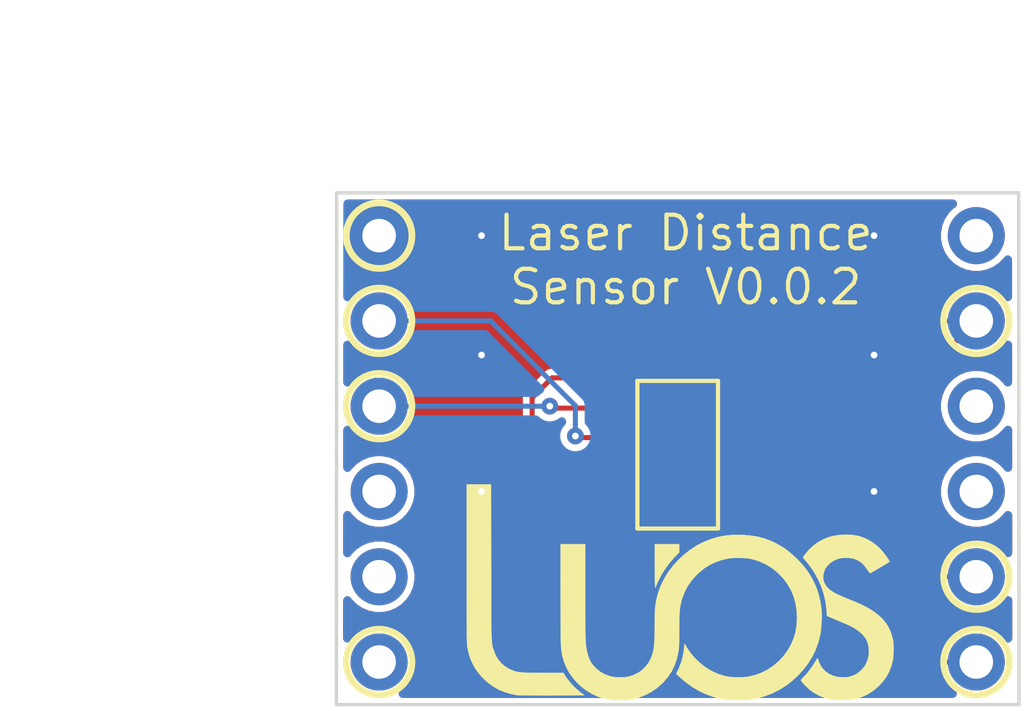
<source format=kicad_pcb>
(kicad_pcb (version 20171130) (host pcbnew "(5.0.1-3-g963ef8bb5)")

  (general
    (thickness 1.6)
    (drawings 13)
    (tracks 60)
    (zones 0)
    (modules 9)
    (nets 14)
  )

  (page A4)
  (layers
    (0 F.Cu signal hide)
    (31 B.Cu signal hide)
    (32 B.Adhes user hide)
    (33 F.Adhes user hide)
    (34 B.Paste user hide)
    (35 F.Paste user hide)
    (36 B.SilkS user hide)
    (37 F.SilkS user hide)
    (38 B.Mask user hide)
    (39 F.Mask user hide)
    (40 Dwgs.User user hide)
    (41 Cmts.User user hide)
    (42 Eco1.User user hide)
    (43 Eco2.User user hide)
    (44 Edge.Cuts user)
    (45 Margin user hide)
    (46 B.CrtYd user hide)
    (47 F.CrtYd user)
    (48 B.Fab user hide)
    (49 F.Fab user)
  )

  (setup
    (last_trace_width 0.15)
    (trace_clearance 0.2)
    (zone_clearance 0.15)
    (zone_45_only yes)
    (trace_min 0.15)
    (segment_width 0.2)
    (edge_width 0.15)
    (via_size 0.5)
    (via_drill 0.2)
    (via_min_size 0.5)
    (via_min_drill 0.2)
    (uvia_size 0.3)
    (uvia_drill 0.1)
    (uvias_allowed no)
    (uvia_min_size 0.2)
    (uvia_min_drill 0.1)
    (pcb_text_width 0.3)
    (pcb_text_size 1.5 1.5)
    (mod_edge_width 0.15)
    (mod_text_size 1 1)
    (mod_text_width 0.15)
    (pad_size 1.524 1.524)
    (pad_drill 0.762)
    (pad_to_mask_clearance 0)
    (solder_mask_min_width 0.25)
    (aux_axis_origin 0 0)
    (grid_origin 39.761 37.2185)
    (visible_elements 7FFFFF7F)
    (pcbplotparams
      (layerselection 0x3d0ef_ffffffff)
      (usegerberextensions false)
      (usegerberattributes false)
      (usegerberadvancedattributes false)
      (creategerberjobfile false)
      (excludeedgelayer true)
      (linewidth 0.100000)
      (plotframeref false)
      (viasonmask false)
      (mode 1)
      (useauxorigin false)
      (hpglpennumber 1)
      (hpglpenspeed 20)
      (hpglpendiameter 15.000000)
      (psnegative false)
      (psa4output false)
      (plotreference true)
      (plotvalue true)
      (plotinvisibletext false)
      (padsonsilk false)
      (subtractmaskfromsilk false)
      (outputformat 1)
      (mirror false)
      (drillshape 0)
      (scaleselection 1)
      (outputdirectory "gerber/assembly/"))
  )

  (net 0 "")
  (net 1 "Net-(J1-Pad10)")
  (net 2 /SDA)
  (net 3 "Net-(J1-Pad12)")
  (net 4 "Net-(J1-Pad11)")
  (net 5 /SCL)
  (net 6 GND)
  (net 7 /INT)
  (net 8 "Net-(J1-Pad6)")
  (net 9 +3V3)
  (net 10 /SHUTDOWN)
  (net 11 "Net-(J1-Pad3)")
  (net 12 "Net-(J1-Pad4)")
  (net 13 "Net-(U1-Pad8)")

  (net_class Default "Ceci est la Netclass par défaut."
    (clearance 0.2)
    (trace_width 0.15)
    (via_dia 0.5)
    (via_drill 0.2)
    (uvia_dia 0.3)
    (uvia_drill 0.1)
    (add_net +3V3)
    (add_net /INT)
    (add_net /SCL)
    (add_net /SDA)
    (add_net /SHUTDOWN)
    (add_net GND)
    (add_net "Net-(J1-Pad10)")
    (add_net "Net-(J1-Pad11)")
    (add_net "Net-(J1-Pad12)")
    (add_net "Net-(J1-Pad3)")
    (add_net "Net-(J1-Pad4)")
    (add_net "Net-(J1-Pad6)")
    (add_net "Net-(U1-Pad8)")
  )

  (module Common_Footprint:VL53L0x (layer F.Cu) (tedit 5C6D5EA8) (tstamp 5A9FD082)
    (at 49.911 45.018999 90)
    (path /5A9FC02C)
    (attr smd)
    (fp_text reference U1 (at 0.000499 0.1125 180) (layer F.Fab)
      (effects (font (size 0.5 0.5) (thickness 0.125)))
    )
    (fp_text value VL53L0x (at 0 -2 90) (layer F.Fab) hide
      (effects (font (size 1 1) (thickness 0.15)))
    )
    (fp_circle (center 1.27 0.508) (end 1.397 0.635) (layer F.Fab) (width 0.1))
    (fp_line (start -2.2225 1.2065) (end -2.2225 -1.2065) (layer F.Fab) (width 0.1))
    (fp_line (start 2.2225 1.2065) (end -2.2225 1.2065) (layer F.Fab) (width 0.1))
    (fp_line (start 2.2225 -1.2065) (end 2.2225 1.2065) (layer F.Fab) (width 0.1))
    (fp_line (start -2.2225 -1.2065) (end 2.2225 -1.2065) (layer F.Fab) (width 0.1))
    (fp_line (start -2.2 -1.2) (end 2.2 -1.2) (layer F.SilkS) (width 0.125))
    (fp_line (start 2.2 -1.2) (end 2.2 1.2) (layer F.SilkS) (width 0.125))
    (fp_line (start 2.2 1.2) (end -2.2 1.2) (layer F.SilkS) (width 0.125))
    (fp_line (start -2.2 1.2) (end -2.2 -1.2) (layer F.SilkS) (width 0.125))
    (pad 2 smd rect (at 0.8 0.8 90) (size 0.5 0.5) (layers F.Cu F.Paste F.Mask)
      (net 6 GND))
    (pad 3 smd rect (at 0 0.8 90) (size 0.5 0.5) (layers F.Cu F.Paste F.Mask)
      (net 6 GND))
    (pad 4 smd rect (at -0.8 0.8 90) (size 0.5 0.5) (layers F.Cu F.Paste F.Mask)
      (net 6 GND))
    (pad 5 smd rect (at -1.6 0.8 90) (size 0.5 0.5) (layers F.Cu F.Paste F.Mask)
      (net 10 /SHUTDOWN))
    (pad 7 smd rect (at -1.6 -0.8 270) (size 0.5 0.5) (layers F.Cu F.Paste F.Mask)
      (net 7 /INT))
    (pad 8 smd rect (at -0.8 -0.8 270) (size 0.5 0.5) (layers F.Cu F.Paste F.Mask)
      (net 13 "Net-(U1-Pad8)"))
    (pad 9 smd rect (at 0 -0.8 270) (size 0.5 0.5) (layers F.Cu F.Paste F.Mask)
      (net 2 /SDA))
    (pad 10 smd rect (at 0.8 -0.8 270) (size 0.5 0.5) (layers F.Cu F.Paste F.Mask)
      (net 5 /SCL))
    (pad 11 smd rect (at 1.6 -0.8 270) (size 0.5 0.5) (layers F.Cu F.Paste F.Mask)
      (net 9 +3V3))
    (pad 6 smd rect (at -1.6 0 270) (size 0.5 0.5) (layers F.Cu F.Paste F.Mask)
      (net 6 GND))
    (pad 12 smd rect (at 1.6 0 90) (size 0.5 0.5) (layers F.Cu F.Paste F.Mask)
      (net 6 GND))
    (pad 1 smd custom (at 1.6 0.8 90) (size 0.5 0.5) (layers F.Cu F.Paste F.Mask)
      (net 9 +3V3) (zone_connect 0)
      (options (clearance outline) (anchor rect))
      (primitives
        (gr_poly (pts
           (xy 0.25 -0.25) (xy 0.33 -0.25) (xy 0.33 0) (xy 0.25 0)) (width 0))
      ))
    (model ${KISYS3DMOD}/VL53L0x.step
      (at (xyz 0 0 0))
      (scale (xyz 1 1 1))
      (rotate (xyz 0 0 0))
    )
  )

  (module Common_Footprint:l0_Shield_Socket (layer F.Cu) (tedit 5C657850) (tstamp 5A9ED93E)
    (at 49.911 44.8435)
    (path /5A9FD219)
    (fp_text reference J1 (at 0 0.5) (layer F.SilkS) hide
      (effects (font (size 1 1) (thickness 0.15)))
    )
    (fp_text value l0_Socket (at 0 -0.5) (layer F.Fab) hide
      (effects (font (size 1 1) (thickness 0.15)))
    )
    (fp_line (start -10.15 -7.625) (end -10.16 7.62) (layer Edge.Cuts) (width 0.1))
    (fp_line (start -10.15 -7.625) (end 10.15 -7.625) (layer Edge.Cuts) (width 0.1))
    (fp_line (start -10.16 7.62) (end 10.16 7.62) (layer Edge.Cuts) (width 0.1))
    (fp_line (start 10.15 -7.625) (end 10.16 7.62) (layer Edge.Cuts) (width 0.1))
    (pad 5 thru_hole circle (at 8.8875 -3.81 270) (size 1.7 1.7) (drill 1) (layers *.Cu *.Mask)
      (net 9 +3V3))
    (pad 6 thru_hole circle (at 8.8875 -6.35 270) (size 1.7 1.7) (drill 1) (layers *.Cu *.Mask)
      (net 8 "Net-(J1-Pad6)"))
    (pad 2 thru_hole circle (at 8.8875 3.81 270) (size 1.7 1.7) (drill 1) (layers *.Cu *.Mask)
      (net 10 /SHUTDOWN))
    (pad 4 thru_hole circle (at 8.8875 -1.27 270) (size 1.7 1.7) (drill 1) (layers *.Cu *.Mask)
      (net 12 "Net-(J1-Pad4)"))
    (pad 1 thru_hole circle (at 8.8875 6.35 270) (size 1.7 1.7) (drill 1) (layers *.Cu *.Mask)
      (net 7 /INT))
    (pad 7 thru_hole circle (at -8.8875 -6.35 270) (size 1.7 1.7) (drill 1) (layers *.Cu *.Mask)
      (net 6 GND))
    (pad 11 thru_hole circle (at -8.8875 3.81 270) (size 1.7 1.7) (drill 1) (layers *.Cu *.Mask)
      (net 4 "Net-(J1-Pad11)"))
    (pad 9 thru_hole circle (at -8.8875 -1.27 270) (size 1.7 1.7) (drill 1) (layers *.Cu *.Mask)
      (net 5 /SCL))
    (pad 3 thru_hole circle (at 8.8875 1.27 270) (size 1.7 1.7) (drill 1) (layers *.Cu *.Mask)
      (net 11 "Net-(J1-Pad3)"))
    (pad 10 thru_hole circle (at -8.8875 1.27 270) (size 1.7 1.7) (drill 1) (layers *.Cu *.Mask)
      (net 1 "Net-(J1-Pad10)"))
    (pad 12 thru_hole circle (at -8.8875 6.35 270) (size 1.7 1.7) (drill 1) (layers *.Cu *.Mask)
      (net 3 "Net-(J1-Pad12)"))
    (pad 8 thru_hole circle (at -8.8875 -3.81 270) (size 1.7 1.7) (drill 1) (layers *.Cu *.Mask)
      (net 2 /SDA))
  )

  (module Common_Footprint:R_0402_NoSilk (layer F.Cu) (tedit 5E8B6747) (tstamp 5A9FBF02)
    (at 47.752 43.180001 270)
    (descr "Resistor SMD 0402, reflow soldering, Vishay (see dcrcw.pdf)")
    (tags "resistor 0402")
    (path /5A95FB7E)
    (attr smd)
    (fp_text reference R1 (at 0 -1.2 270) (layer F.Fab) hide
      (effects (font (size 1 1) (thickness 0.15)))
    )
    (fp_text value 2K (at 0 1.25 270) (layer F.Fab) hide
      (effects (font (size 1 1) (thickness 0.15)))
    )
    (fp_line (start 0.8 0.45) (end -0.8 0.45) (layer F.CrtYd) (width 0.05))
    (fp_line (start 0.8 0.45) (end 0.8 -0.45) (layer F.CrtYd) (width 0.05))
    (fp_line (start -0.8 -0.45) (end -0.8 0.45) (layer F.CrtYd) (width 0.05))
    (fp_line (start -0.8 -0.45) (end 0.8 -0.45) (layer F.CrtYd) (width 0.05))
    (fp_line (start -0.5 -0.25) (end 0.5 -0.25) (layer F.Fab) (width 0.1))
    (fp_line (start 0.5 -0.25) (end 0.5 0.25) (layer F.Fab) (width 0.1))
    (fp_line (start 0.5 0.25) (end -0.5 0.25) (layer F.Fab) (width 0.1))
    (fp_line (start -0.5 0.25) (end -0.5 -0.25) (layer F.Fab) (width 0.1))
    (pad 2 smd rect (at 0.45 0 270) (size 0.4 0.6) (layers F.Cu F.Paste F.Mask)
      (net 5 /SCL))
    (pad 1 smd rect (at -0.45 0 270) (size 0.4 0.6) (layers F.Cu F.Paste F.Mask)
      (net 9 +3V3))
    (model "${KISYS3DMOD}/0402 SMD Resistor.step"
      (at (xyz 0 0 0))
      (scale (xyz 1 1 1))
      (rotate (xyz 0 0 90))
    )
  )

  (module Common_Footprint:R_0402_NoSilk (layer F.Cu) (tedit 5E8B6747) (tstamp 5A9FBF10)
    (at 47.751999 44.958 90)
    (descr "Resistor SMD 0402, reflow soldering, Vishay (see dcrcw.pdf)")
    (tags "resistor 0402")
    (path /5A983C74)
    (attr smd)
    (fp_text reference R2 (at 0 -1.2 90) (layer F.Fab) hide
      (effects (font (size 1 1) (thickness 0.15)))
    )
    (fp_text value 2K (at 0 1.25 90) (layer F.Fab) hide
      (effects (font (size 1 1) (thickness 0.15)))
    )
    (fp_line (start 0.8 0.45) (end -0.8 0.45) (layer F.CrtYd) (width 0.05))
    (fp_line (start 0.8 0.45) (end 0.8 -0.45) (layer F.CrtYd) (width 0.05))
    (fp_line (start -0.8 -0.45) (end -0.8 0.45) (layer F.CrtYd) (width 0.05))
    (fp_line (start -0.8 -0.45) (end 0.8 -0.45) (layer F.CrtYd) (width 0.05))
    (fp_line (start -0.5 -0.25) (end 0.5 -0.25) (layer F.Fab) (width 0.1))
    (fp_line (start 0.5 -0.25) (end 0.5 0.25) (layer F.Fab) (width 0.1))
    (fp_line (start 0.5 0.25) (end -0.5 0.25) (layer F.Fab) (width 0.1))
    (fp_line (start -0.5 0.25) (end -0.5 -0.25) (layer F.Fab) (width 0.1))
    (pad 2 smd rect (at 0.45 0 90) (size 0.4 0.6) (layers F.Cu F.Paste F.Mask)
      (net 2 /SDA))
    (pad 1 smd rect (at -0.45 0 90) (size 0.4 0.6) (layers F.Cu F.Paste F.Mask)
      (net 9 +3V3))
    (model "${KISYS3DMOD}/0402 SMD Resistor.step"
      (at (xyz 0 0 0))
      (scale (xyz 1 1 1))
      (rotate (xyz 0 0 90))
    )
  )

  (module Common_Footprint:R_0402_NoSilk (layer F.Cu) (tedit 5E8B6747) (tstamp 5A9FBF1E)
    (at 47.752 46.735999 270)
    (descr "Resistor SMD 0402, reflow soldering, Vishay (see dcrcw.pdf)")
    (tags "resistor 0402")
    (path /5A983C98)
    (attr smd)
    (fp_text reference R3 (at 0 -1.2 270) (layer F.Fab) hide
      (effects (font (size 1 1) (thickness 0.15)))
    )
    (fp_text value 2K (at 0 1.25 270) (layer F.Fab) hide
      (effects (font (size 1 1) (thickness 0.15)))
    )
    (fp_line (start 0.8 0.45) (end -0.8 0.45) (layer F.CrtYd) (width 0.05))
    (fp_line (start 0.8 0.45) (end 0.8 -0.45) (layer F.CrtYd) (width 0.05))
    (fp_line (start -0.8 -0.45) (end -0.8 0.45) (layer F.CrtYd) (width 0.05))
    (fp_line (start -0.8 -0.45) (end 0.8 -0.45) (layer F.CrtYd) (width 0.05))
    (fp_line (start -0.5 -0.25) (end 0.5 -0.25) (layer F.Fab) (width 0.1))
    (fp_line (start 0.5 -0.25) (end 0.5 0.25) (layer F.Fab) (width 0.1))
    (fp_line (start 0.5 0.25) (end -0.5 0.25) (layer F.Fab) (width 0.1))
    (fp_line (start -0.5 0.25) (end -0.5 -0.25) (layer F.Fab) (width 0.1))
    (pad 2 smd rect (at 0.45 0 270) (size 0.4 0.6) (layers F.Cu F.Paste F.Mask)
      (net 7 /INT))
    (pad 1 smd rect (at -0.45 0 270) (size 0.4 0.6) (layers F.Cu F.Paste F.Mask)
      (net 9 +3V3))
    (model "${KISYS3DMOD}/0402 SMD Resistor.step"
      (at (xyz 0 0 0))
      (scale (xyz 1 1 1))
      (rotate (xyz 0 0 90))
    )
  )

  (module Common_Footprint:R_0402_NoSilk (layer F.Cu) (tedit 5E8B6747) (tstamp 5A9FBF2C)
    (at 51.943 46.228 270)
    (descr "Resistor SMD 0402, reflow soldering, Vishay (see dcrcw.pdf)")
    (tags "resistor 0402")
    (path /5A983CC2)
    (attr smd)
    (fp_text reference R4 (at 0 -1.2 270) (layer F.Fab) hide
      (effects (font (size 1 1) (thickness 0.15)))
    )
    (fp_text value 2K (at 0 1.25 270) (layer F.Fab) hide
      (effects (font (size 1 1) (thickness 0.15)))
    )
    (fp_line (start 0.8 0.45) (end -0.8 0.45) (layer F.CrtYd) (width 0.05))
    (fp_line (start 0.8 0.45) (end 0.8 -0.45) (layer F.CrtYd) (width 0.05))
    (fp_line (start -0.8 -0.45) (end -0.8 0.45) (layer F.CrtYd) (width 0.05))
    (fp_line (start -0.8 -0.45) (end 0.8 -0.45) (layer F.CrtYd) (width 0.05))
    (fp_line (start -0.5 -0.25) (end 0.5 -0.25) (layer F.Fab) (width 0.1))
    (fp_line (start 0.5 -0.25) (end 0.5 0.25) (layer F.Fab) (width 0.1))
    (fp_line (start 0.5 0.25) (end -0.5 0.25) (layer F.Fab) (width 0.1))
    (fp_line (start -0.5 0.25) (end -0.5 -0.25) (layer F.Fab) (width 0.1))
    (pad 2 smd rect (at 0.45 0 270) (size 0.4 0.6) (layers F.Cu F.Paste F.Mask)
      (net 10 /SHUTDOWN))
    (pad 1 smd rect (at -0.45 0 270) (size 0.4 0.6) (layers F.Cu F.Paste F.Mask)
      (net 9 +3V3))
    (model "${KISYS3DMOD}/0402 SMD Resistor.step"
      (at (xyz 0 0 0))
      (scale (xyz 1 1 1))
      (rotate (xyz 0 0 90))
    )
  )

  (module Common_Footprint:C_0402_NoSilk (layer F.Cu) (tedit 5E8B679F) (tstamp 5A9FBF3A)
    (at 51.943 43.815 270)
    (descr "Capacitor SMD 0402, reflow soldering, AVX (see smccp.pdf)")
    (tags "capacitor 0402")
    (path /5A95F602)
    (attr smd)
    (fp_text reference C1 (at 0 -1.27 270) (layer F.SilkS) hide
      (effects (font (size 1 1) (thickness 0.15)))
    )
    (fp_text value 100nF (at 0 1.27 270) (layer F.Fab) hide
      (effects (font (size 1 1) (thickness 0.15)))
    )
    (fp_text user %R (at -0.01 0.01 270) (layer F.Fab)
      (effects (font (size 0.3 0.3) (thickness 0.075)))
    )
    (fp_line (start -0.5 0.25) (end -0.5 -0.25) (layer F.Fab) (width 0.1))
    (fp_line (start 0.5 0.25) (end -0.5 0.25) (layer F.Fab) (width 0.1))
    (fp_line (start 0.5 -0.25) (end 0.5 0.25) (layer F.Fab) (width 0.1))
    (fp_line (start -0.5 -0.25) (end 0.5 -0.25) (layer F.Fab) (width 0.1))
    (fp_line (start -1 -0.4) (end 1 -0.4) (layer F.CrtYd) (width 0.05))
    (fp_line (start -1 -0.4) (end -1 0.4) (layer F.CrtYd) (width 0.05))
    (fp_line (start 1 0.4) (end 1 -0.4) (layer F.CrtYd) (width 0.05))
    (fp_line (start 1 0.4) (end -1 0.4) (layer F.CrtYd) (width 0.05))
    (pad 1 smd rect (at -0.55 0 270) (size 0.6 0.5) (layers F.Cu F.Paste F.Mask)
      (net 9 +3V3))
    (pad 2 smd rect (at 0.55 0 270) (size 0.6 0.5) (layers F.Cu F.Paste F.Mask)
      (net 6 GND))
    (model "${KISYS3DMOD}/0402 SMD Capacitor.step"
      (at (xyz 0 0 0))
      (scale (xyz 1 1 1))
      (rotate (xyz -90 0 0))
    )
  )

  (module Common_Footprint:C_0402_NoSilk (layer F.Cu) (tedit 5E8B679F) (tstamp 5A9FBF48)
    (at 49.911 42.164)
    (descr "Capacitor SMD 0402, reflow soldering, AVX (see smccp.pdf)")
    (tags "capacitor 0402")
    (path /5A95F62E)
    (attr smd)
    (fp_text reference C2 (at 0 -1.27) (layer F.SilkS) hide
      (effects (font (size 1 1) (thickness 0.15)))
    )
    (fp_text value 4,7uF (at 0 1.27) (layer F.Fab) hide
      (effects (font (size 1 1) (thickness 0.15)))
    )
    (fp_text user %R (at -0.01 0.01) (layer F.Fab)
      (effects (font (size 0.3 0.3) (thickness 0.075)))
    )
    (fp_line (start -0.5 0.25) (end -0.5 -0.25) (layer F.Fab) (width 0.1))
    (fp_line (start 0.5 0.25) (end -0.5 0.25) (layer F.Fab) (width 0.1))
    (fp_line (start 0.5 -0.25) (end 0.5 0.25) (layer F.Fab) (width 0.1))
    (fp_line (start -0.5 -0.25) (end 0.5 -0.25) (layer F.Fab) (width 0.1))
    (fp_line (start -1 -0.4) (end 1 -0.4) (layer F.CrtYd) (width 0.05))
    (fp_line (start -1 -0.4) (end -1 0.4) (layer F.CrtYd) (width 0.05))
    (fp_line (start 1 0.4) (end 1 -0.4) (layer F.CrtYd) (width 0.05))
    (fp_line (start 1 0.4) (end -1 0.4) (layer F.CrtYd) (width 0.05))
    (pad 1 smd rect (at -0.55 0) (size 0.6 0.5) (layers F.Cu F.Paste F.Mask)
      (net 9 +3V3))
    (pad 2 smd rect (at 0.55 0) (size 0.6 0.5) (layers F.Cu F.Paste F.Mask)
      (net 6 GND))
    (model "${KISYS3DMOD}/0402 SMD Capacitor.step"
      (at (xyz 0 0 0))
      (scale (xyz 1 1 1))
      (rotate (xyz -90 0 0))
    )
  )

  (module Common_Footprint:Luos_logo (layer F.Cu) (tedit 5B9B947A) (tstamp 5B9BD855)
    (at 50.3485 49.1185)
    (fp_text reference "" (at 0 0) (layer F.SilkS) hide
      (effects (font (size 1.524 1.524) (thickness 0.3)))
    )
    (fp_text value "" (at 0.75 0) (layer F.SilkS) hide
      (effects (font (size 1.524 1.524) (thickness 0.3)))
    )
    (fp_poly (pts (xy -0.3937 -1.190556) (xy -0.515682 -1.063469) (xy -0.646801 -0.916102) (xy -0.770563 -0.756235)
      (xy -0.87912 -0.59407) (xy -0.888375 -0.578885) (xy -0.921354 -0.521666) (xy -0.957124 -0.455255)
      (xy -0.993092 -0.384963) (xy -1.02666 -0.316101) (xy -1.055232 -0.253981) (xy -1.076213 -0.203913)
      (xy -1.086417 -0.173716) (xy -1.093033 -0.150862) (xy -1.098683 -0.139971) (xy -1.103436 -0.142406)
      (xy -1.107363 -0.159532) (xy -1.110533 -0.192712) (xy -1.113017 -0.24331) (xy -1.114885 -0.31269)
      (xy -1.116207 -0.402215) (xy -1.117053 -0.51325) (xy -1.117493 -0.647157) (xy -1.1176 -0.780301)
      (xy -1.1176 -1.4351) (xy -0.3937 -1.4351) (xy -0.3937 -1.190556)) (layer F.SilkS) (width 0.01))
    (fp_poly (pts (xy -5.991204 -0.904876) (xy -5.990731 -0.615337) (xy -5.9903 -0.350043) (xy -5.989877 -0.107834)
      (xy -5.989431 0.112445) (xy -5.988928 0.311951) (xy -5.988338 0.491841) (xy -5.987626 0.653272)
      (xy -5.986761 0.7974) (xy -5.985711 0.925383) (xy -5.984442 1.038377) (xy -5.982922 1.137538)
      (xy -5.98112 1.224025) (xy -5.979002 1.298992) (xy -5.976535 1.363598) (xy -5.973689 1.418998)
      (xy -5.97043 1.466351) (xy -5.966725 1.506811) (xy -5.962543 1.541537) (xy -5.95785 1.571685)
      (xy -5.952615 1.598412) (xy -5.946805 1.622874) (xy -5.940387 1.646229) (xy -5.93333 1.669632)
      (xy -5.9256 1.694242) (xy -5.917597 1.719815) (xy -5.859637 1.867488) (xy -5.782368 1.999008)
      (xy -5.686658 2.113504) (xy -5.573373 2.210104) (xy -5.44338 2.287936) (xy -5.297547 2.34613)
      (xy -5.293005 2.347542) (xy -5.249811 2.359463) (xy -5.202224 2.369539) (xy -5.147894 2.377909)
      (xy -5.084469 2.384711) (xy -5.0096 2.390081) (xy -4.920934 2.394159) (xy -4.816123 2.397082)
      (xy -4.692815 2.398988) (xy -4.548659 2.400014) (xy -4.393181 2.4003) (xy -3.836053 2.4003)
      (xy -3.81589 2.43929) (xy -3.772216 2.511725) (xy -3.712167 2.594145) (xy -3.640042 2.68178)
      (xy -3.560141 2.769859) (xy -3.476761 2.853612) (xy -3.394203 2.928267) (xy -3.3274 2.981364)
      (xy -3.284256 3.013269) (xy -3.248433 3.040174) (xy -3.225235 3.058079) (xy -3.220085 3.062352)
      (xy -3.23077 3.063788) (xy -3.264532 3.065114) (xy -3.319047 3.066327) (xy -3.391992 3.067424)
      (xy -3.481045 3.068401) (xy -3.583882 3.069257) (xy -3.69818 3.069988) (xy -3.821615 3.070591)
      (xy -3.951866 3.071063) (xy -4.086608 3.071402) (xy -4.223518 3.071604) (xy -4.360274 3.071666)
      (xy -4.494551 3.071586) (xy -4.624028 3.071361) (xy -4.746381 3.070988) (xy -4.859287 3.070463)
      (xy -4.960422 3.069784) (xy -5.047464 3.068949) (xy -5.118089 3.067953) (xy -5.169974 3.066794)
      (xy -5.200797 3.06547) (xy -5.207 3.064848) (xy -5.41071 3.023882) (xy -5.59588 2.96851)
      (xy -5.765992 2.89699) (xy -5.924524 2.80758) (xy -6.074956 2.698539) (xy -6.220767 2.568125)
      (xy -6.24269 2.546376) (xy -6.375093 2.395596) (xy -6.486748 2.230445) (xy -6.577229 2.051785)
      (xy -6.646111 1.860483) (xy -6.692969 1.657401) (xy -6.699093 1.61925) (xy -6.701461 1.600838)
      (xy -6.703629 1.577792) (xy -6.705606 1.549016) (xy -6.707402 1.513413) (xy -6.709023 1.469887)
      (xy -6.710479 1.41734) (xy -6.711777 1.354677) (xy -6.712928 1.280801) (xy -6.713938 1.194615)
      (xy -6.714817 1.095023) (xy -6.715572 0.980928) (xy -6.716213 0.851234) (xy -6.716747 0.704844)
      (xy -6.717184 0.540662) (xy -6.717532 0.35759) (xy -6.717799 0.154533) (xy -6.717993 -0.069606)
      (xy -6.718123 -0.315924) (xy -6.718198 -0.585517) (xy -6.718226 -0.860425) (xy -6.7183 -3.2131)
      (xy -6.356679 -3.213101) (xy -5.995058 -3.213101) (xy -5.991204 -0.904876)) (layer F.SilkS) (width 0.01))
    (fp_poly (pts (xy 4.671245 -1.716286) (xy 4.823697 -1.701936) (xy 4.955046 -1.675878) (xy 5.112537 -1.622409)
      (xy 5.266868 -1.546597) (xy 5.413163 -1.451438) (xy 5.546547 -1.339932) (xy 5.615056 -1.270067)
      (xy 5.653045 -1.226104) (xy 5.695097 -1.17391) (xy 5.738239 -1.117611) (xy 5.7795 -1.061334)
      (xy 5.815906 -1.009204) (xy 5.844485 -0.965348) (xy 5.862265 -0.93389) (xy 5.866726 -0.92075)
      (xy 5.856588 -0.908041) (xy 5.830301 -0.88788) (xy 5.800364 -0.868778) (xy 5.768377 -0.849826)
      (xy 5.719293 -0.820733) (xy 5.657863 -0.784315) (xy 5.588838 -0.74339) (xy 5.516969 -0.700773)
      (xy 5.516514 -0.700503) (xy 5.449397 -0.661045) (xy 5.389467 -0.626462) (xy 5.34023 -0.598725)
      (xy 5.305191 -0.579804) (xy 5.287857 -0.571669) (xy 5.286956 -0.5715) (xy 5.275309 -0.581556)
      (xy 5.254145 -0.608503) (xy 5.227112 -0.647511) (xy 5.212601 -0.669925) (xy 5.128756 -0.785387)
      (xy 5.037832 -0.877313) (xy 4.938221 -0.94697) (xy 4.828315 -0.995625) (xy 4.782056 -1.009248)
      (xy 4.720744 -1.020019) (xy 4.643528 -1.026383) (xy 4.559545 -1.028212) (xy 4.477928 -1.025377)
      (xy 4.407812 -1.017748) (xy 4.39165 -1.014769) (xy 4.294386 -0.984959) (xy 4.198458 -0.937921)
      (xy 4.109059 -0.877498) (xy 4.031379 -0.807536) (xy 3.970613 -0.731879) (xy 3.943231 -0.682759)
      (xy 3.904798 -0.572381) (xy 3.891098 -0.464412) (xy 3.901941 -0.360296) (xy 3.937136 -0.261481)
      (xy 3.996492 -0.169411) (xy 4.013614 -0.149261) (xy 4.0612 -0.101257) (xy 4.117082 -0.055759)
      (xy 4.184113 -0.011126) (xy 4.265145 0.034282) (xy 4.36303 0.082106) (xy 4.480622 0.133987)
      (xy 4.572 0.171893) (xy 4.641943 0.200358) (xy 4.723397 0.233525) (xy 4.804352 0.266504)
      (xy 4.8514 0.285678) (xy 5.058641 0.37737) (xy 5.242493 0.47413) (xy 5.40463 0.576927)
      (xy 5.546731 0.686731) (xy 5.5499 0.689451) (xy 5.669809 0.805263) (xy 5.769304 0.929722)
      (xy 5.850242 1.06604) (xy 5.914485 1.217429) (xy 5.96389 1.387102) (xy 5.970518 1.41605)
      (xy 5.978953 1.472427) (xy 5.984471 1.547731) (xy 5.987133 1.635662) (xy 5.986999 1.729922)
      (xy 5.984132 1.824212) (xy 5.978593 1.912233) (xy 5.970442 1.987686) (xy 5.964624 2.022791)
      (xy 5.919574 2.200074) (xy 5.856386 2.362985) (xy 5.773341 2.514572) (xy 5.668717 2.657879)
      (xy 5.540795 2.795955) (xy 5.513308 2.822232) (xy 5.366675 2.942665) (xy 5.205829 3.04208)
      (xy 5.030995 3.120354) (xy 4.87045 3.170456) (xy 4.821158 3.182294) (xy 4.775533 3.191103)
      (xy 4.728014 3.197433) (xy 4.673038 3.201834) (xy 4.605042 3.204855) (xy 4.518463 3.207047)
      (xy 4.4958 3.207483) (xy 4.374712 3.208484) (xy 4.276921 3.206505) (xy 4.200488 3.201477)
      (xy 4.1529 3.19512) (xy 3.961898 3.149359) (xy 3.784933 3.082602) (xy 3.622294 2.995015)
      (xy 3.474274 2.886765) (xy 3.341162 2.758018) (xy 3.295373 2.704761) (xy 3.222545 2.615744)
      (xy 3.290532 2.542947) (xy 3.323603 2.507737) (xy 3.349936 2.480074) (xy 3.364774 2.464945)
      (xy 3.366017 2.4638) (xy 3.387812 2.440998) (xy 3.420322 2.401568) (xy 3.460207 2.350036)
      (xy 3.504129 2.290933) (xy 3.548749 2.228786) (xy 3.590728 2.168123) (xy 3.626726 2.113474)
      (xy 3.639894 2.092362) (xy 3.725227 1.952354) (xy 3.75273 2.033452) (xy 3.781857 2.111479)
      (xy 3.812366 2.174302) (xy 3.849427 2.231833) (xy 3.871308 2.260793) (xy 3.960967 2.354901)
      (xy 4.06643 2.429646) (xy 4.186401 2.484449) (xy 4.319587 2.518728) (xy 4.46469 2.531905)
      (xy 4.47675 2.53203) (xy 4.577046 2.528831) (xy 4.662982 2.516761) (xy 4.744699 2.493642)
      (xy 4.83234 2.457297) (xy 4.8387 2.454323) (xy 4.916205 2.408484) (xy 4.995414 2.345336)
      (xy 5.069483 2.27149) (xy 5.131564 2.193554) (xy 5.164305 2.13995) (xy 5.215916 2.01593)
      (xy 5.246664 1.884104) (xy 5.25641 1.749164) (xy 5.245016 1.615804) (xy 5.212344 1.488718)
      (xy 5.185386 1.423471) (xy 5.128301 1.329959) (xy 5.048062 1.238544) (xy 4.946916 1.15103)
      (xy 4.827108 1.069219) (xy 4.690883 0.994913) (xy 4.600564 0.953991) (xy 4.548193 0.931922)
      (xy 4.478864 0.902663) (xy 4.399004 0.868928) (xy 4.315044 0.833434) (xy 4.2418 0.802446)
      (xy 4.00685 0.703005) (xy 3.997749 0.567599) (xy 3.968789 0.31509) (xy 3.916301 0.071787)
      (xy 3.839976 -0.163226) (xy 3.739505 -0.390869) (xy 3.614579 -0.612057) (xy 3.583482 -0.6604)
      (xy 3.541028 -0.722616) (xy 3.494462 -0.78711) (xy 3.4501 -0.845309) (xy 3.421112 -0.880793)
      (xy 3.383678 -0.924588) (xy 3.349153 -0.965248) (xy 3.323388 -0.995874) (xy 3.317731 -1.002693)
      (xy 3.289013 -1.037551) (xy 3.33985 -1.112501) (xy 3.38862 -1.176502) (xy 3.452109 -1.24829)
      (xy 3.524011 -1.321402) (xy 3.598018 -1.389377) (xy 3.6576 -1.438084) (xy 3.71524 -1.47724)
      (xy 3.789037 -1.520521) (xy 3.871104 -1.563852) (xy 3.953558 -1.603159) (xy 4.028514 -1.634369)
      (xy 4.056994 -1.644455) (xy 4.197005 -1.6813) (xy 4.350791 -1.70572) (xy 4.51124 -1.717465)
      (xy 4.671245 -1.716286)) (layer F.SilkS) (width 0.01))
    (fp_poly (pts (xy 1.459355 -1.710961) (xy 1.693227 -1.695943) (xy 1.91159 -1.663242) (xy 2.118146 -1.611787)
      (xy 2.3166 -1.540508) (xy 2.510655 -1.448334) (xy 2.654424 -1.365535) (xy 2.706714 -1.332845)
      (xy 2.749014 -1.305101) (xy 2.787654 -1.27769) (xy 2.828963 -1.245999) (xy 2.879273 -1.205418)
      (xy 2.918909 -1.172821) (xy 3.115553 -0.996369) (xy 3.288496 -0.811037) (xy 3.438005 -0.616352)
      (xy 3.564346 -0.411844) (xy 3.667788 -0.19704) (xy 3.748595 0.028532) (xy 3.807036 0.265343)
      (xy 3.836164 0.449105) (xy 3.844282 0.544875) (xy 3.84792 0.658059) (xy 3.847346 0.781856)
      (xy 3.842829 0.909462) (xy 3.834637 1.034076) (xy 3.823038 1.148893) (xy 3.8083 1.247113)
      (xy 3.803797 1.27) (xy 3.745137 1.497981) (xy 3.667018 1.712584) (xy 3.568212 1.916106)
      (xy 3.447492 2.110844) (xy 3.303632 2.299095) (xy 3.18103 2.43613) (xy 2.996877 2.612792)
      (xy 2.801743 2.766727) (xy 2.594892 2.898339) (xy 2.375587 3.008033) (xy 2.143091 3.096212)
      (xy 1.896667 3.163281) (xy 1.8288 3.177594) (xy 1.77976 3.186821) (xy 1.734336 3.193886)
      (xy 1.687988 3.19907) (xy 1.636179 3.202654) (xy 1.574371 3.204918) (xy 1.498024 3.206143)
      (xy 1.402602 3.206608) (xy 1.3589 3.206645) (xy 1.232376 3.205922) (xy 1.126097 3.20332)
      (xy 1.034937 3.198233) (xy 0.953775 3.190059) (xy 0.877485 3.178194) (xy 0.800943 3.162034)
      (xy 0.719027 3.140976) (xy 0.6604 3.124354) (xy 0.432995 3.045385) (xy 0.211401 2.943189)
      (xy -0.000798 2.81984) (xy -0.200021 2.677414) (xy -0.376718 2.523727) (xy -0.480385 2.424326)
      (xy -0.418808 2.294838) (xy -0.38779 2.224612) (xy -0.356347 2.145106) (xy -0.329412 2.069105)
      (xy -0.319462 2.037379) (xy -0.299725 1.962645) (xy -0.281014 1.877636) (xy -0.264578 1.789552)
      (xy -0.251667 1.705595) (xy -0.243531 1.632966) (xy -0.2413 1.587115) (xy -0.238463 1.550531)
      (xy -0.230242 1.538528) (xy -0.217072 1.55128) (xy -0.206065 1.572926) (xy -0.178105 1.625781)
      (xy -0.136427 1.691378) (xy -0.085027 1.764252) (xy -0.027901 1.838943) (xy 0.030955 1.909986)
      (xy 0.080187 1.964292) (xy 0.23843 2.115007) (xy 0.402531 2.241637) (xy 0.574179 2.345153)
      (xy 0.755066 2.426525) (xy 0.946883 2.486725) (xy 1.019382 2.503494) (xy 1.119425 2.519198)
      (xy 1.235972 2.528706) (xy 1.360873 2.531936) (xy 1.485978 2.528805) (xy 1.603137 2.51923)
      (xy 1.667724 2.510103) (xy 1.865892 2.463702) (xy 2.056143 2.39401) (xy 2.236687 2.302387)
      (xy 2.405736 2.190193) (xy 2.561498 2.058786) (xy 2.702183 1.909527) (xy 2.826002 1.743775)
      (xy 2.931164 1.56289) (xy 2.941063 1.54305) (xy 3.011761 1.378189) (xy 3.063128 1.209059)
      (xy 3.096142 1.031168) (xy 3.111776 0.840021) (xy 3.113402 0.7493) (xy 3.102328 0.528183)
      (xy 3.06888 0.318929) (xy 3.012884 0.121056) (xy 2.934165 -0.065916) (xy 2.832551 -0.242466)
      (xy 2.707865 -0.409076) (xy 2.682868 -0.43815) (xy 2.533048 -0.590665) (xy 2.37041 -0.721263)
      (xy 2.194765 -0.830058) (xy 2.005925 -0.917162) (xy 1.8037 -0.982686) (xy 1.7399 -0.998265)
      (xy 1.676007 -1.008925) (xy 1.59327 -1.017113) (xy 1.498134 -1.022704) (xy 1.397045 -1.025577)
      (xy 1.296449 -1.025609) (xy 1.202793 -1.022676) (xy 1.122522 -1.016656) (xy 1.0795 -1.010845)
      (xy 0.874847 -0.965058) (xy 0.686026 -0.900411) (xy 0.510507 -0.815596) (xy 0.345762 -0.709308)
      (xy 0.189266 -0.58024) (xy 0.122819 -0.516349) (xy -0.017876 -0.359072) (xy -0.135068 -0.192933)
      (xy -0.229516 -0.016593) (xy -0.301977 0.17129) (xy -0.336714 0.296328) (xy -0.349574 0.35302)
      (xy -0.360283 0.408156) (xy -0.369044 0.464765) (xy -0.376055 0.525877) (xy -0.381517 0.594522)
      (xy -0.385632 0.673729) (xy -0.3886 0.766529) (xy -0.390621 0.875951) (xy -0.391897 1.005025)
      (xy -0.392571 1.139879) (xy -0.393157 1.268919) (xy -0.394027 1.37583) (xy -0.395324 1.463879)
      (xy -0.397188 1.536338) (xy -0.399761 1.596474) (xy -0.403185 1.647559) (xy -0.4076 1.692861)
      (xy -0.413148 1.735651) (xy -0.419971 1.779196) (xy -0.420311 1.781229) (xy -0.466673 1.988444)
      (xy -0.534016 2.181417) (xy -0.62248 2.360426) (xy -0.732206 2.52575) (xy -0.863335 2.677666)
      (xy -0.883334 2.697806) (xy -1.045524 2.84174) (xy -1.217976 2.962446) (xy -1.400777 3.059969)
      (xy -1.594014 3.134354) (xy -1.797775 3.185645) (xy -1.847472 3.194397) (xy -1.910536 3.201766)
      (xy -1.991856 3.207092) (xy -2.084461 3.210318) (xy -2.18138 3.211385) (xy -2.275643 3.210238)
      (xy -2.36028 3.206818) (xy -2.42832 3.201069) (xy -2.441749 3.199286) (xy -2.63265 3.161496)
      (xy -2.810621 3.105104) (xy -2.980084 3.028243) (xy -3.145458 2.929046) (xy -3.237736 2.863189)
      (xy -3.395924 2.728585) (xy -3.535094 2.577978) (xy -3.654219 2.412973) (xy -3.752276 2.235176)
      (xy -3.82824 2.046191) (xy -3.878649 1.859472) (xy -3.885384 1.825455) (xy -3.891429 1.790185)
      (xy -3.89682 1.752183) (xy -3.901595 1.709972) (xy -3.90579 1.662074) (xy -3.909441 1.607009)
      (xy -3.912586 1.543302) (xy -3.915262 1.469472) (xy -3.917504 1.384043) (xy -3.919349 1.285536)
      (xy -3.920835 1.172473) (xy -3.921998 1.043376) (xy -3.922874 0.896767) (xy -3.923501 0.731168)
      (xy -3.923914 0.5451) (xy -3.924152 0.337087) (xy -3.924249 0.105649) (xy -3.924257 0.022225)
      (xy -3.9243 -1.4351) (xy -3.1877 -1.4351) (xy -3.1877 -0.001166) (xy -3.187663 0.22546)
      (xy -3.187539 0.428192) (xy -3.187308 0.608534) (xy -3.186952 0.767993) (xy -3.18645 0.908073)
      (xy -3.185785 1.03028) (xy -3.184936 1.136119) (xy -3.183885 1.227096) (xy -3.182612 1.304716)
      (xy -3.181098 1.370484) (xy -3.179324 1.425905) (xy -3.177271 1.472486) (xy -3.174919 1.511731)
      (xy -3.17225 1.545146) (xy -3.169243 1.574236) (xy -3.167402 1.589221) (xy -3.13994 1.753134)
      (xy -3.102783 1.89476) (xy -3.055465 2.015477) (xy -2.99752 2.116663) (xy -2.98065 2.13995)
      (xy -2.87434 2.259887) (xy -2.753964 2.358678) (xy -2.619678 2.436225) (xy -2.471635 2.492426)
      (xy -2.40665 2.509355) (xy -2.314473 2.524241) (xy -2.207643 2.531605) (xy -2.095769 2.531447)
      (xy -1.988456 2.523767) (xy -1.89865 2.50932) (xy -1.751192 2.463929) (xy -1.615432 2.396989)
      (xy -1.493303 2.310374) (xy -1.386734 2.205955) (xy -1.297654 2.085604) (xy -1.227996 1.951195)
      (xy -1.182092 1.814264) (xy -1.168102 1.756605) (xy -1.156582 1.701925) (xy -1.147276 1.646893)
      (xy -1.139925 1.588178) (xy -1.134273 1.522448) (xy -1.130063 1.446371) (xy -1.127038 1.356618)
      (xy -1.124941 1.249856) (xy -1.123515 1.122753) (xy -1.122955 1.04775) (xy -1.122004 0.936002)
      (xy -1.120685 0.828074) (xy -1.119071 0.727627) (xy -1.117237 0.638322) (xy -1.115257 0.563817)
      (xy -1.113205 0.507774) (xy -1.111367 0.47625) (xy -1.079852 0.249897) (xy -1.023919 0.026659)
      (xy -0.944525 -0.19146) (xy -0.842628 -0.402458) (xy -0.719186 -0.604329) (xy -0.575155 -0.795071)
      (xy -0.425837 -0.958449) (xy -0.249782 -1.12267) (xy -0.072568 -1.26358) (xy 0.10894 -1.383191)
      (xy 0.29788 -1.483515) (xy 0.497388 -1.566562) (xy 0.55245 -1.585937) (xy 0.710683 -1.634545)
      (xy 0.864455 -1.670642) (xy 1.020059 -1.695096) (xy 1.183794 -1.708774) (xy 1.361953 -1.712545)
      (xy 1.459355 -1.710961)) (layer F.SilkS) (width 0.01))
  )

  (dimension 20.32 (width 0.3) (layer F.Fab)
    (gr_text "20.320 mm" (at 49.921 32.5785) (layer F.Fab)
      (effects (font (size 1.5 1.5) (thickness 0.3)))
    )
    (feature1 (pts (xy 60.081 37.2185) (xy 60.081 34.092079)))
    (feature2 (pts (xy 39.761 37.2185) (xy 39.761 34.092079)))
    (crossbar (pts (xy 39.761 34.6785) (xy 60.081 34.6785)))
    (arrow1a (pts (xy 60.081 34.6785) (xy 58.954496 35.264921)))
    (arrow1b (pts (xy 60.081 34.6785) (xy 58.954496 34.092079)))
    (arrow2a (pts (xy 39.761 34.6785) (xy 40.887504 35.264921)))
    (arrow2b (pts (xy 39.761 34.6785) (xy 40.887504 34.092079)))
  )
  (dimension 15.240529 (width 0.3) (layer F.Fab)
    (gr_text "15.241 mm" (at 31.674502 44.906416 270.4774538) (layer F.Fab)
      (effects (font (size 1.5 1.5) (thickness 0.3)))
    )
    (feature1 (pts (xy 39.888 52.4585) (xy 33.251529 52.513804)))
    (feature2 (pts (xy 39.761 37.2185) (xy 33.124529 37.273804)))
    (crossbar (pts (xy 33.710929 37.268917) (xy 33.837929 52.508917)))
    (arrow1a (pts (xy 33.837929 52.508917) (xy 33.242141 51.387339)))
    (arrow1b (pts (xy 33.837929 52.508917) (xy 34.414942 51.377566)))
    (arrow2a (pts (xy 33.710929 37.268917) (xy 33.133916 38.400268)))
    (arrow2b (pts (xy 33.710929 37.268917) (xy 34.306717 38.390495)))
  )
  (gr_text 1 (at 50.7485 43.2685) (layer F.Fab)
    (effects (font (size 0.5 0.5) (thickness 0.125)))
  )
  (dimension 20.32 (width 0.3) (layer Dwgs.User)
    (gr_text "20,320 mm" (at 49.9135 57.6235) (layer Dwgs.User)
      (effects (font (size 1.5 1.5) (thickness 0.3)))
    )
    (feature1 (pts (xy 60.0735 52.4635) (xy 60.0735 58.9735)))
    (feature2 (pts (xy 39.7535 52.4635) (xy 39.7535 58.9735)))
    (crossbar (pts (xy 39.7535 56.2735) (xy 60.0735 56.2735)))
    (arrow1a (pts (xy 60.0735 56.2735) (xy 58.946996 56.859921)))
    (arrow1b (pts (xy 60.0735 56.2735) (xy 58.946996 55.687079)))
    (arrow2a (pts (xy 39.7535 56.2735) (xy 40.880004 56.859921)))
    (arrow2b (pts (xy 39.7535 56.2735) (xy 40.880004 55.687079)))
  )
  (gr_circle (center 58.8035 51.1935) (end 59.78 51.1935) (layer F.SilkS) (width 0.2) (tstamp 5A9ED9CB))
  (gr_circle (center 58.8035 48.6535) (end 59.78 48.6535) (layer F.SilkS) (width 0.2) (tstamp 5A9ED9CB))
  (gr_circle (center 58.8035 41.0335) (end 59.78 41.0335) (layer F.SilkS) (width 0.2) (tstamp 5A9ED9CB))
  (gr_circle (center 41.0235 38.4935) (end 42 38.4935) (layer F.SilkS) (width 0.2) (tstamp 5A9ED9CB))
  (gr_circle (center 41.0235 41.0335) (end 42 41.0335) (layer F.SilkS) (width 0.2) (tstamp 5A9ED9CB))
  (gr_circle (center 41.0235 43.5735) (end 42 43.5735) (layer F.SilkS) (width 0.2) (tstamp 5A9ED9CB))
  (gr_circle (center 41.0235 51.1935) (end 42 51.1935) (layer F.SilkS) (width 0.2))
  (dimension 15.24 (width 0.3) (layer Dwgs.User)
    (gr_text "15,240 mm" (at 63.9635 44.8435 270) (layer Dwgs.User)
      (effects (font (size 1.5 1.5) (thickness 0.3)))
    )
    (feature1 (pts (xy 60.0735 52.4635) (xy 65.3135 52.4635)))
    (feature2 (pts (xy 60.0735 37.2235) (xy 65.3135 37.2235)))
    (crossbar (pts (xy 62.6135 37.2235) (xy 62.6135 52.4635)))
    (arrow1a (pts (xy 62.6135 52.4635) (xy 62.027079 51.336996)))
    (arrow1b (pts (xy 62.6135 52.4635) (xy 63.199921 51.336996)))
    (arrow2a (pts (xy 62.6135 37.2235) (xy 62.027079 38.350004)))
    (arrow2b (pts (xy 62.6135 37.2235) (xy 63.199921 38.350004)))
  )
  (gr_text "Laser Distance\nSensor V0.0.2" (at 50.1485 39.2185) (layer F.SilkS)
    (effects (font (size 1 1) (thickness 0.125)))
  )

  (segment (start 46.911 44.508) (end 46.8655 44.4625) (width 0.15) (layer F.Cu) (net 2))
  (segment (start 47.751999 44.508) (end 46.911 44.508) (width 0.15) (layer F.Cu) (net 2))
  (segment (start 41.0235 41.0335) (end 44.340504 41.0335) (width 0.15) (layer B.Cu) (net 2))
  (segment (start 46.8655 43.558496) (end 46.8655 44.108947) (width 0.15) (layer B.Cu) (net 2))
  (segment (start 46.8655 44.108947) (end 46.8655 44.4625) (width 0.15) (layer B.Cu) (net 2))
  (segment (start 44.340504 41.0335) (end 46.8655 43.558496) (width 0.15) (layer B.Cu) (net 2))
  (via (at 46.8655 44.4625) (size 0.5) (drill 0.2) (layers F.Cu B.Cu) (net 2))
  (segment (start 48.362998 45.018999) (end 47.851999 44.508) (width 0.15) (layer F.Cu) (net 2))
  (segment (start 49.111 45.018999) (end 48.362998 45.018999) (width 0.15) (layer F.Cu) (net 2))
  (segment (start 47.851999 44.508) (end 47.751999 44.508) (width 0.15) (layer F.Cu) (net 2))
  (via (at 46.1035 43.5735) (size 0.5) (drill 0.2) (layers F.Cu B.Cu) (net 5))
  (segment (start 47.752 43.630001) (end 46.160001 43.630001) (width 0.15) (layer F.Cu) (net 5))
  (segment (start 41.0235 43.5735) (end 46.1035 43.5735) (width 0.15) (layer B.Cu) (net 5))
  (segment (start 46.160001 43.630001) (end 46.1035 43.5735) (width 0.15) (layer F.Cu) (net 5))
  (segment (start 49.111 44.218999) (end 48.440998 44.218999) (width 0.15) (layer F.Cu) (net 5))
  (segment (start 48.440998 44.218999) (end 47.852 43.630001) (width 0.15) (layer F.Cu) (net 5))
  (segment (start 47.852 43.630001) (end 47.752 43.630001) (width 0.15) (layer F.Cu) (net 5))
  (segment (start 41.0235 38.4935) (end 41.7855 38.4935) (width 0.15) (layer F.Cu) (net 6))
  (via (at 44.0715 46.1135) (size 0.5) (drill 0.2) (layers F.Cu B.Cu) (net 6))
  (via (at 44.0715 38.4935) (size 0.5) (drill 0.2) (layers F.Cu B.Cu) (net 6))
  (via (at 44.0715 42.0495) (size 0.5) (drill 0.2) (layers F.Cu B.Cu) (net 6))
  (via (at 55.7555 46.1135) (size 0.5) (drill 0.2) (layers F.Cu B.Cu) (net 6))
  (via (at 55.7555 38.4935) (size 0.5) (drill 0.2) (layers F.Cu B.Cu) (net 6))
  (via (at 55.7555 42.0495) (size 0.5) (drill 0.2) (layers F.Cu B.Cu) (net 6))
  (segment (start 48.144 47.185999) (end 48.711 46.618999) (width 0.15) (layer F.Cu) (net 7))
  (segment (start 47.752 47.185999) (end 48.144 47.185999) (width 0.15) (layer F.Cu) (net 7))
  (segment (start 48.711 46.618999) (end 49.111 46.618999) (width 0.15) (layer F.Cu) (net 7))
  (segment (start 58.7985 51.1935) (end 53.285501 51.1935) (width 0.15) (layer F.Cu) (net 7))
  (segment (start 53.285501 51.1935) (end 49.111 47.018999) (width 0.15) (layer F.Cu) (net 7))
  (segment (start 49.111 47.018999) (end 49.111 46.618999) (width 0.15) (layer F.Cu) (net 7))
  (segment (start 47.751999 45.408) (end 46.906998 45.408) (width 0.15) (layer F.Cu) (net 9))
  (segment (start 46.906998 45.408) (end 45.578499 44.079501) (width 0.15) (layer F.Cu) (net 9))
  (segment (start 45.578499 44.079501) (end 45.578499 43.321499) (width 0.15) (layer F.Cu) (net 9))
  (segment (start 45.578499 43.321499) (end 46.169997 42.730001) (width 0.15) (layer F.Cu) (net 9))
  (segment (start 46.169997 42.730001) (end 47.302 42.730001) (width 0.15) (layer F.Cu) (net 9))
  (segment (start 47.302 42.730001) (end 47.752 42.730001) (width 0.15) (layer F.Cu) (net 9))
  (segment (start 48.540998 43.418999) (end 47.852 42.730001) (width 0.15) (layer F.Cu) (net 9))
  (segment (start 49.111 43.418999) (end 48.540998 43.418999) (width 0.15) (layer F.Cu) (net 9))
  (segment (start 47.852 42.730001) (end 47.752 42.730001) (width 0.15) (layer F.Cu) (net 9))
  (segment (start 51.943 43.265) (end 56.567 43.265) (width 0.15) (layer F.Cu) (net 9))
  (segment (start 56.567 43.265) (end 58.7985 41.0335) (width 0.15) (layer F.Cu) (net 9))
  (segment (start 49.361 41.444) (end 49.7715 41.0335) (width 0.15) (layer F.Cu) (net 9))
  (segment (start 49.7715 41.0335) (end 58.7985 41.0335) (width 0.15) (layer F.Cu) (net 9))
  (segment (start 49.361 42.164) (end 49.361 41.444) (width 0.15) (layer F.Cu) (net 9))
  (segment (start 47.751999 45.408) (end 47.751999 46.285998) (width 0.15) (layer F.Cu) (net 9))
  (segment (start 47.751999 46.285998) (end 47.752 46.285999) (width 0.15) (layer F.Cu) (net 9))
  (segment (start 49.361 42.164) (end 49.361 43.168999) (width 0.15) (layer F.Cu) (net 9))
  (segment (start 49.361 43.168999) (end 49.111 43.418999) (width 0.15) (layer F.Cu) (net 9))
  (segment (start 50.711 43.378999) (end 51.829001 43.378999) (width 0.15) (layer F.Cu) (net 9))
  (segment (start 51.829001 43.378999) (end 51.943 43.265) (width 0.15) (layer F.Cu) (net 9))
  (segment (start 51.943 45.778) (end 52.393 45.778) (width 0.15) (layer F.Cu) (net 9))
  (segment (start 52.393 45.778) (end 52.705 45.466) (width 0.15) (layer F.Cu) (net 9))
  (segment (start 52.705 45.466) (end 52.705 44.077) (width 0.15) (layer F.Cu) (net 9))
  (segment (start 52.705 44.077) (end 51.943 43.315) (width 0.15) (layer F.Cu) (net 9))
  (segment (start 51.943 43.315) (end 51.943 43.265) (width 0.15) (layer F.Cu) (net 9))
  (segment (start 50.711 46.618999) (end 51.883999 46.618999) (width 0.15) (layer F.Cu) (net 10))
  (segment (start 51.883999 46.618999) (end 51.943 46.678) (width 0.15) (layer F.Cu) (net 10))
  (segment (start 58.7985 48.6535) (end 53.5685 48.6535) (width 0.15) (layer F.Cu) (net 10))
  (segment (start 53.5685 48.6535) (end 51.943 47.028) (width 0.15) (layer F.Cu) (net 10))
  (segment (start 51.943 47.028) (end 51.943 46.678) (width 0.15) (layer F.Cu) (net 10))

  (zone (net 6) (net_name GND) (layer F.Cu) (tstamp 5C65728F) (hatch edge 0.508)
    (connect_pads yes (clearance 0.15))
    (min_thickness 0.254)
    (fill yes (arc_segments 32) (thermal_gap 0.254) (thermal_bridge_width 0.508))
    (polygon
      (pts
        (xy 41.0235 52.4635) (xy 39.7535 51.1935) (xy 39.7535 37.2235) (xy 60.0735 37.2235) (xy 60.0735 51.1935)
        (xy 58.8035 52.4635)
      )
    )
    (filled_polygon
      (pts
        (xy 58.048206 37.579264) (xy 57.884264 37.743206) (xy 57.755456 37.935981) (xy 57.666731 38.150182) (xy 57.6215 38.377576)
        (xy 57.6215 38.609424) (xy 57.666731 38.836818) (xy 57.755456 39.051019) (xy 57.884264 39.243794) (xy 58.048206 39.407736)
        (xy 58.240981 39.536544) (xy 58.455182 39.625269) (xy 58.682576 39.6705) (xy 58.914424 39.6705) (xy 59.141818 39.625269)
        (xy 59.356019 39.536544) (xy 59.548794 39.407736) (xy 59.712736 39.243794) (xy 59.735307 39.210014) (xy 59.736034 40.318073)
        (xy 59.712736 40.283206) (xy 59.548794 40.119264) (xy 59.356019 39.990456) (xy 59.141818 39.901731) (xy 58.914424 39.8565)
        (xy 58.682576 39.8565) (xy 58.455182 39.901731) (xy 58.240981 39.990456) (xy 58.048206 40.119264) (xy 57.884264 40.283206)
        (xy 57.755456 40.475981) (xy 57.691038 40.6315) (xy 49.791239 40.6315) (xy 49.7715 40.629556) (xy 49.75176 40.6315)
        (xy 49.751753 40.6315) (xy 49.692694 40.637317) (xy 49.616916 40.660303) (xy 49.561018 40.690182) (xy 49.54708 40.697632)
        (xy 49.485868 40.747868) (xy 49.473281 40.763205) (xy 49.090705 41.145782) (xy 49.075369 41.158368) (xy 49.025133 41.21958)
        (xy 49.00464 41.25792) (xy 48.987804 41.289417) (xy 48.964817 41.365195) (xy 48.957056 41.444) (xy 48.959001 41.463749)
        (xy 48.959001 41.603228) (xy 48.935257 41.61043) (xy 48.87845 41.640794) (xy 48.828657 41.681657) (xy 48.787794 41.73145)
        (xy 48.75743 41.788257) (xy 48.738732 41.849897) (xy 48.732418 41.914) (xy 48.732418 42.414) (xy 48.738732 42.478103)
        (xy 48.75743 42.539743) (xy 48.787794 42.59655) (xy 48.828657 42.646343) (xy 48.87845 42.687206) (xy 48.935257 42.71757)
        (xy 48.959001 42.724772) (xy 48.959001 42.840417) (xy 48.861 42.840417) (xy 48.796897 42.846731) (xy 48.735257 42.865429)
        (xy 48.67845 42.895793) (xy 48.628657 42.936656) (xy 48.627986 42.937474) (xy 48.380582 42.69007) (xy 48.380582 42.530001)
        (xy 48.374268 42.465898) (xy 48.35557 42.404258) (xy 48.325206 42.347451) (xy 48.284343 42.297658) (xy 48.23455 42.256795)
        (xy 48.177743 42.226431) (xy 48.116103 42.207733) (xy 48.052 42.201419) (xy 47.452 42.201419) (xy 47.387897 42.207733)
        (xy 47.326257 42.226431) (xy 47.26945 42.256795) (xy 47.219657 42.297658) (xy 47.194756 42.328001) (xy 46.189736 42.328001)
        (xy 46.169996 42.326057) (xy 46.150257 42.328001) (xy 46.15025 42.328001) (xy 46.091191 42.333818) (xy 46.015414 42.356804)
        (xy 45.945577 42.394133) (xy 45.884365 42.444369) (xy 45.871778 42.459706) (xy 45.308204 43.023281) (xy 45.292868 43.035867)
        (xy 45.242632 43.097079) (xy 45.215037 43.148705) (xy 45.205303 43.166916) (xy 45.182316 43.242694) (xy 45.174555 43.321499)
        (xy 45.1765 43.341248) (xy 45.176499 44.059761) (xy 45.174555 44.079501) (xy 45.176499 44.09924) (xy 45.176499 44.099247)
        (xy 45.182316 44.158306) (xy 45.205302 44.234083) (xy 45.242631 44.30392) (xy 45.292867 44.365133) (xy 45.308209 44.377724)
        (xy 46.608775 45.67829) (xy 46.621366 45.693632) (xy 46.682578 45.743868) (xy 46.752415 45.781197) (xy 46.828192 45.804183)
        (xy 46.887251 45.81) (xy 46.887258 45.81) (xy 46.906997 45.811944) (xy 46.926737 45.81) (xy 47.194755 45.81)
        (xy 47.219656 45.840343) (xy 47.227768 45.847) (xy 47.219657 45.853656) (xy 47.178794 45.903449) (xy 47.14843 45.960256)
        (xy 47.129732 46.021896) (xy 47.123418 46.085999) (xy 47.123418 46.485999) (xy 47.129732 46.550102) (xy 47.14843 46.611742)
        (xy 47.178794 46.668549) (xy 47.219657 46.718342) (xy 47.241173 46.735999) (xy 47.219657 46.753656) (xy 47.178794 46.803449)
        (xy 47.14843 46.860256) (xy 47.129732 46.921896) (xy 47.123418 46.985999) (xy 47.123418 47.385999) (xy 47.129732 47.450102)
        (xy 47.14843 47.511742) (xy 47.178794 47.568549) (xy 47.219657 47.618342) (xy 47.26945 47.659205) (xy 47.326257 47.689569)
        (xy 47.387897 47.708267) (xy 47.452 47.714581) (xy 48.052 47.714581) (xy 48.116103 47.708267) (xy 48.177743 47.689569)
        (xy 48.23455 47.659205) (xy 48.284343 47.618342) (xy 48.325206 47.568549) (xy 48.342854 47.535533) (xy 48.36842 47.521867)
        (xy 48.429632 47.471631) (xy 48.442223 47.456289) (xy 48.729188 47.169325) (xy 48.735257 47.172569) (xy 48.737723 47.173317)
        (xy 48.737803 47.173581) (xy 48.775132 47.243418) (xy 48.825368 47.304631) (xy 48.84071 47.317222) (xy 52.987283 51.463796)
        (xy 52.999869 51.479132) (xy 53.061081 51.529368) (xy 53.130918 51.566697) (xy 53.206695 51.589683) (xy 53.265754 51.5955)
        (xy 53.265761 51.5955) (xy 53.285501 51.597444) (xy 53.30524 51.5955) (xy 57.691038 51.5955) (xy 57.755456 51.751019)
        (xy 57.884264 51.943794) (xy 58.048206 52.107736) (xy 58.091254 52.1365) (xy 41.730746 52.1365) (xy 41.773794 52.107736)
        (xy 41.937736 51.943794) (xy 42.066544 51.751019) (xy 42.155269 51.536818) (xy 42.2005 51.309424) (xy 42.2005 51.077576)
        (xy 42.155269 50.850182) (xy 42.066544 50.635981) (xy 41.937736 50.443206) (xy 41.773794 50.279264) (xy 41.581019 50.150456)
        (xy 41.366818 50.061731) (xy 41.139424 50.0165) (xy 40.907576 50.0165) (xy 40.680182 50.061731) (xy 40.465981 50.150456)
        (xy 40.273206 50.279264) (xy 40.109264 50.443206) (xy 40.079295 50.488057) (xy 40.080035 49.36005) (xy 40.109264 49.403794)
        (xy 40.273206 49.567736) (xy 40.465981 49.696544) (xy 40.680182 49.785269) (xy 40.907576 49.8305) (xy 41.139424 49.8305)
        (xy 41.366818 49.785269) (xy 41.581019 49.696544) (xy 41.773794 49.567736) (xy 41.937736 49.403794) (xy 42.066544 49.211019)
        (xy 42.155269 48.996818) (xy 42.2005 48.769424) (xy 42.2005 48.537576) (xy 42.155269 48.310182) (xy 42.066544 48.095981)
        (xy 41.937736 47.903206) (xy 41.773794 47.739264) (xy 41.581019 47.610456) (xy 41.366818 47.521731) (xy 41.139424 47.4765)
        (xy 40.907576 47.4765) (xy 40.680182 47.521731) (xy 40.465981 47.610456) (xy 40.273206 47.739264) (xy 40.109264 47.903206)
        (xy 40.080963 47.945561) (xy 40.0817 46.822541) (xy 40.109264 46.863794) (xy 40.273206 47.027736) (xy 40.465981 47.156544)
        (xy 40.680182 47.245269) (xy 40.907576 47.2905) (xy 41.139424 47.2905) (xy 41.366818 47.245269) (xy 41.581019 47.156544)
        (xy 41.773794 47.027736) (xy 41.937736 46.863794) (xy 42.066544 46.671019) (xy 42.155269 46.456818) (xy 42.2005 46.229424)
        (xy 42.2005 45.997576) (xy 42.155269 45.770182) (xy 42.066544 45.555981) (xy 41.937736 45.363206) (xy 41.773794 45.199264)
        (xy 41.581019 45.070456) (xy 41.366818 44.981731) (xy 41.139424 44.9365) (xy 40.907576 44.9365) (xy 40.680182 44.981731)
        (xy 40.465981 45.070456) (xy 40.273206 45.199264) (xy 40.109264 45.363206) (xy 40.082631 45.403065) (xy 40.083364 44.285032)
        (xy 40.109264 44.323794) (xy 40.273206 44.487736) (xy 40.465981 44.616544) (xy 40.680182 44.705269) (xy 40.907576 44.7505)
        (xy 41.139424 44.7505) (xy 41.366818 44.705269) (xy 41.581019 44.616544) (xy 41.773794 44.487736) (xy 41.937736 44.323794)
        (xy 42.066544 44.131019) (xy 42.155269 43.916818) (xy 42.2005 43.689424) (xy 42.2005 43.457576) (xy 42.155269 43.230182)
        (xy 42.066544 43.015981) (xy 41.937736 42.823206) (xy 41.773794 42.659264) (xy 41.581019 42.530456) (xy 41.366818 42.441731)
        (xy 41.139424 42.3965) (xy 40.907576 42.3965) (xy 40.680182 42.441731) (xy 40.465981 42.530456) (xy 40.273206 42.659264)
        (xy 40.109264 42.823206) (xy 40.084299 42.860569) (xy 40.085029 41.747523) (xy 40.109264 41.783794) (xy 40.273206 41.947736)
        (xy 40.465981 42.076544) (xy 40.680182 42.165269) (xy 40.907576 42.2105) (xy 41.139424 42.2105) (xy 41.366818 42.165269)
        (xy 41.581019 42.076544) (xy 41.773794 41.947736) (xy 41.937736 41.783794) (xy 42.066544 41.591019) (xy 42.155269 41.376818)
        (xy 42.2005 41.149424) (xy 42.2005 40.917576) (xy 42.155269 40.690182) (xy 42.066544 40.475981) (xy 41.937736 40.283206)
        (xy 41.773794 40.119264) (xy 41.581019 39.990456) (xy 41.366818 39.901731) (xy 41.139424 39.8565) (xy 40.907576 39.8565)
        (xy 40.680182 39.901731) (xy 40.465981 39.990456) (xy 40.273206 40.119264) (xy 40.109264 40.283206) (xy 40.085966 40.318073)
        (xy 40.087169 38.48393) (xy 40.274073 38.48393) (xy 40.290324 38.62881) (xy 40.334406 38.767775) (xy 40.40464 38.89553)
        (xy 40.498351 39.007211) (xy 40.61197 39.098563) (xy 40.741169 39.166106) (xy 40.881026 39.207269) (xy 41.026215 39.220482)
        (xy 41.171205 39.205243) (xy 41.310474 39.162132) (xy 41.438717 39.092791) (xy 41.551049 38.999862) (xy 41.643192 38.886883)
        (xy 41.711636 38.75816) (xy 41.753774 38.618593) (xy 41.768 38.4735) (xy 41.767709 38.452643) (xy 41.749437 38.308003)
        (xy 41.703418 38.169668) (xy 41.631407 38.042905) (xy 41.536146 37.932544) (xy 41.421263 37.842787) (xy 41.291134 37.777054)
        (xy 41.150715 37.737849) (xy 41.005356 37.726664) (xy 40.860593 37.743926) (xy 40.721939 37.788977) (xy 40.594677 37.860102)
        (xy 40.483653 37.95459) (xy 40.393097 38.068844) (xy 40.326457 38.198511) (xy 40.286272 38.338652) (xy 40.274073 38.48393)
        (xy 40.087169 38.48393) (xy 40.087785 37.5455) (xy 58.098737 37.5455)
      )
    )
    (filled_polygon
      (pts
        (xy 41.035679 38.401991) (xy 41.049289 38.406204) (xy 41.061821 38.41298) (xy 41.072799 38.422062) (xy 41.081803 38.433102)
        (xy 41.088492 38.445682) (xy 41.09261 38.459321) (xy 41.094 38.4735) (xy 41.093972 38.475538) (xy 41.092186 38.489673)
        (xy 41.087689 38.503192) (xy 41.080652 38.51558) (xy 41.071342 38.526365) (xy 41.060115 38.535136) (xy 41.047399 38.54156)
        (xy 41.033676 38.545391) (xy 41.019471 38.546484) (xy 41.005324 38.544797) (xy 40.991775 38.540394) (xy 40.979338 38.533444)
        (xy 40.968488 38.52421) (xy 40.959639 38.513045) (xy 40.953126 38.500373) (xy 40.949199 38.486678) (xy 40.948007 38.472481)
        (xy 40.949595 38.458322) (xy 40.953903 38.444742) (xy 40.960767 38.432257) (xy 40.969925 38.421343) (xy 40.981028 38.412416)
        (xy 40.993654 38.405816) (xy 41.007321 38.401793) (xy 41.02151 38.400502)
      )
    )
    (filled_polygon
      (pts
        (xy 57.731149 41.532337) (xy 56.400487 42.863) (xy 52.503772 42.863) (xy 52.49657 42.839257) (xy 52.466206 42.78245)
        (xy 52.425343 42.732657) (xy 52.37555 42.691794) (xy 52.318743 42.66143) (xy 52.257103 42.642732) (xy 52.193 42.636418)
        (xy 51.693 42.636418) (xy 51.628897 42.642732) (xy 51.567257 42.66143) (xy 51.51045 42.691794) (xy 51.460657 42.732657)
        (xy 51.419794 42.78245) (xy 51.38943 42.839257) (xy 51.370732 42.900897) (xy 51.364418 42.965) (xy 51.364418 42.976999)
        (xy 51.226451 42.976999) (xy 51.193343 42.936656) (xy 51.14355 42.895793) (xy 51.086743 42.865429) (xy 51.025103 42.846731)
        (xy 50.961 42.840417) (xy 50.923555 42.840417) (xy 50.89355 42.815793) (xy 50.836743 42.785429) (xy 50.775103 42.766731)
        (xy 50.711 42.760417) (xy 50.461 42.760417) (xy 50.396897 42.766731) (xy 50.335257 42.785429) (xy 50.27845 42.815793)
        (xy 50.228657 42.856656) (xy 50.187794 42.906449) (xy 50.15743 42.963256) (xy 50.138732 43.024896) (xy 50.132418 43.088999)
        (xy 50.132418 43.668999) (xy 50.138732 43.733102) (xy 50.15743 43.794742) (xy 50.187794 43.851549) (xy 50.228657 43.901342)
        (xy 50.27845 43.942205) (xy 50.335257 43.972569) (xy 50.396897 43.991267) (xy 50.461 43.997581) (xy 50.961 43.997581)
        (xy 51.025103 43.991267) (xy 51.086743 43.972569) (xy 51.14355 43.942205) (xy 51.193343 43.901342) (xy 51.234206 43.851549)
        (xy 51.26457 43.794742) (xy 51.268739 43.780999) (xy 51.447244 43.780999) (xy 51.460657 43.797343) (xy 51.51045 43.838206)
        (xy 51.567257 43.86857) (xy 51.628897 43.887268) (xy 51.693 43.893582) (xy 51.953069 43.893582) (xy 52.303001 44.243515)
        (xy 52.303 45.255328) (xy 52.243 45.249418) (xy 51.643 45.249418) (xy 51.578897 45.255732) (xy 51.517257 45.27443)
        (xy 51.46045 45.304794) (xy 51.410657 45.345657) (xy 51.369794 45.39545) (xy 51.33943 45.452257) (xy 51.320732 45.513897)
        (xy 51.314418 45.578) (xy 51.314418 45.978) (xy 51.320732 46.042103) (xy 51.33943 46.103743) (xy 51.369794 46.16055)
        (xy 51.410657 46.210343) (xy 51.418768 46.216999) (xy 51.250535 46.216999) (xy 51.234206 46.186449) (xy 51.193343 46.136656)
        (xy 51.14355 46.095793) (xy 51.086743 46.065429) (xy 51.025103 46.046731) (xy 50.961 46.040417) (xy 50.461 46.040417)
        (xy 50.396897 46.046731) (xy 50.335257 46.065429) (xy 50.27845 46.095793) (xy 50.228657 46.136656) (xy 50.187794 46.186449)
        (xy 50.15743 46.243256) (xy 50.138732 46.304896) (xy 50.132418 46.368999) (xy 50.132418 46.868999) (xy 50.138732 46.933102)
        (xy 50.15743 46.994742) (xy 50.187794 47.051549) (xy 50.228657 47.101342) (xy 50.27845 47.142205) (xy 50.335257 47.172569)
        (xy 50.396897 47.191267) (xy 50.461 47.197581) (xy 50.961 47.197581) (xy 51.025103 47.191267) (xy 51.086743 47.172569)
        (xy 51.14355 47.142205) (xy 51.193343 47.101342) (xy 51.234206 47.051549) (xy 51.250535 47.020999) (xy 51.348654 47.020999)
        (xy 51.369794 47.06055) (xy 51.410657 47.110343) (xy 51.46045 47.151206) (xy 51.517257 47.18157) (xy 51.578897 47.200268)
        (xy 51.579276 47.200305) (xy 51.607132 47.252419) (xy 51.657368 47.313632) (xy 51.67271 47.326223) (xy 53.270281 48.923795)
        (xy 53.282868 48.939132) (xy 53.34408 48.989368) (xy 53.413917 49.026697) (xy 53.489694 49.049683) (xy 53.548753 49.0555)
        (xy 53.54876 49.0555) (xy 53.568499 49.057444) (xy 53.588239 49.0555) (xy 57.691038 49.0555) (xy 57.755456 49.211019)
        (xy 57.884264 49.403794) (xy 58.048206 49.567736) (xy 58.240981 49.696544) (xy 58.455182 49.785269) (xy 58.682576 49.8305)
        (xy 58.914424 49.8305) (xy 59.141818 49.785269) (xy 59.356019 49.696544) (xy 59.548794 49.567736) (xy 59.712736 49.403794)
        (xy 59.741965 49.36005) (xy 59.742705 50.488057) (xy 59.712736 50.443206) (xy 59.548794 50.279264) (xy 59.356019 50.150456)
        (xy 59.141818 50.061731) (xy 58.914424 50.0165) (xy 58.682576 50.0165) (xy 58.455182 50.061731) (xy 58.240981 50.150456)
        (xy 58.048206 50.279264) (xy 57.884264 50.443206) (xy 57.755456 50.635981) (xy 57.691038 50.7915) (xy 53.452015 50.7915)
        (xy 49.661326 47.000812) (xy 49.66457 46.994742) (xy 49.683268 46.933102) (xy 49.689582 46.868999) (xy 49.689582 46.368999)
        (xy 49.683268 46.304896) (xy 49.66457 46.243256) (xy 49.651604 46.218999) (xy 49.66457 46.194742) (xy 49.683268 46.133102)
        (xy 49.689582 46.068999) (xy 49.689582 45.568999) (xy 49.683268 45.504896) (xy 49.66457 45.443256) (xy 49.651604 45.418999)
        (xy 49.66457 45.394742) (xy 49.683268 45.333102) (xy 49.689582 45.268999) (xy 49.689582 44.768999) (xy 49.683268 44.704896)
        (xy 49.66457 44.643256) (xy 49.651604 44.618999) (xy 49.66457 44.594742) (xy 49.683268 44.533102) (xy 49.689582 44.468999)
        (xy 49.689582 43.968999) (xy 49.683268 43.904896) (xy 49.66457 43.843256) (xy 49.651604 43.818999) (xy 49.66457 43.794742)
        (xy 49.683268 43.733102) (xy 49.689582 43.668999) (xy 49.689582 43.402297) (xy 49.696868 43.393419) (xy 49.734197 43.323582)
        (xy 49.757183 43.247805) (xy 49.763 43.188746) (xy 49.763 43.188739) (xy 49.764944 43.169) (xy 49.763 43.14926)
        (xy 49.763 42.724772) (xy 49.786743 42.71757) (xy 49.84355 42.687206) (xy 49.893343 42.646343) (xy 49.934206 42.59655)
        (xy 49.96457 42.539743) (xy 49.983268 42.478103) (xy 49.989582 42.414) (xy 49.989582 41.914) (xy 49.983268 41.849897)
        (xy 49.96457 41.788257) (xy 49.934206 41.73145) (xy 49.893343 41.681657) (xy 49.84355 41.640794) (xy 49.786743 41.61043)
        (xy 49.76859 41.604923) (xy 49.938014 41.4355) (xy 57.691038 41.4355)
      )
    )
    (filled_polygon
      (pts
        (xy 59.737701 42.860569) (xy 59.712736 42.823206) (xy 59.548794 42.659264) (xy 59.356019 42.530456) (xy 59.141818 42.441731)
        (xy 58.914424 42.3965) (xy 58.682576 42.3965) (xy 58.455182 42.441731) (xy 58.240981 42.530456) (xy 58.048206 42.659264)
        (xy 57.884264 42.823206) (xy 57.755456 43.015981) (xy 57.666731 43.230182) (xy 57.6215 43.457576) (xy 57.6215 43.689424)
        (xy 57.666731 43.916818) (xy 57.755456 44.131019) (xy 57.884264 44.323794) (xy 58.048206 44.487736) (xy 58.240981 44.616544)
        (xy 58.455182 44.705269) (xy 58.682576 44.7505) (xy 58.914424 44.7505) (xy 59.141818 44.705269) (xy 59.356019 44.616544)
        (xy 59.548794 44.487736) (xy 59.712736 44.323794) (xy 59.738636 44.285032) (xy 59.739369 45.403065) (xy 59.712736 45.363206)
        (xy 59.548794 45.199264) (xy 59.356019 45.070456) (xy 59.141818 44.981731) (xy 58.914424 44.9365) (xy 58.682576 44.9365)
        (xy 58.455182 44.981731) (xy 58.240981 45.070456) (xy 58.048206 45.199264) (xy 57.884264 45.363206) (xy 57.755456 45.555981)
        (xy 57.666731 45.770182) (xy 57.6215 45.997576) (xy 57.6215 46.229424) (xy 57.666731 46.456818) (xy 57.755456 46.671019)
        (xy 57.884264 46.863794) (xy 58.048206 47.027736) (xy 58.240981 47.156544) (xy 58.455182 47.245269) (xy 58.682576 47.2905)
        (xy 58.914424 47.2905) (xy 59.141818 47.245269) (xy 59.356019 47.156544) (xy 59.548794 47.027736) (xy 59.712736 46.863794)
        (xy 59.7403 46.822541) (xy 59.741037 47.945561) (xy 59.712736 47.903206) (xy 59.548794 47.739264) (xy 59.356019 47.610456)
        (xy 59.141818 47.521731) (xy 58.914424 47.4765) (xy 58.682576 47.4765) (xy 58.455182 47.521731) (xy 58.240981 47.610456)
        (xy 58.048206 47.739264) (xy 57.884264 47.903206) (xy 57.755456 48.095981) (xy 57.691038 48.2515) (xy 53.735014 48.2515)
        (xy 52.525909 47.042396) (xy 52.54657 47.003743) (xy 52.565268 46.942103) (xy 52.571582 46.878) (xy 52.571582 46.478)
        (xy 52.565268 46.413897) (xy 52.54657 46.352257) (xy 52.516206 46.29545) (xy 52.475343 46.245657) (xy 52.453827 46.228)
        (xy 52.475343 46.210343) (xy 52.516026 46.160769) (xy 52.547583 46.151197) (xy 52.61742 46.113868) (xy 52.678632 46.063632)
        (xy 52.691223 46.04829) (xy 52.975296 45.764218) (xy 52.990632 45.751632) (xy 53.005314 45.733743) (xy 53.040868 45.69042)
        (xy 53.078197 45.620584) (xy 53.101183 45.544806) (xy 53.104837 45.507707) (xy 53.107 45.485747) (xy 53.107 45.48574)
        (xy 53.108944 45.466) (xy 53.107 45.446261) (xy 53.107 44.096739) (xy 53.108944 44.077) (xy 53.107 44.05726)
        (xy 53.107 44.057253) (xy 53.101183 43.998194) (xy 53.086171 43.948705) (xy 53.078197 43.922416) (xy 53.040868 43.85258)
        (xy 53.00322 43.806706) (xy 53.003218 43.806704) (xy 52.990632 43.791368) (xy 52.975295 43.778781) (xy 52.863514 43.667)
        (xy 56.547261 43.667) (xy 56.567 43.668944) (xy 56.586739 43.667) (xy 56.586747 43.667) (xy 56.645806 43.661183)
        (xy 56.721583 43.638197) (xy 56.79142 43.600868) (xy 56.852632 43.550632) (xy 56.865223 43.53529) (xy 58.299663 42.100851)
        (xy 58.455182 42.165269) (xy 58.682576 42.2105) (xy 58.914424 42.2105) (xy 59.141818 42.165269) (xy 59.356019 42.076544)
        (xy 59.548794 41.947736) (xy 59.712736 41.783794) (xy 59.736971 41.747523)
      )
    )
  )
  (zone (net 6) (net_name GND) (layer B.Cu) (tstamp 5C65728C) (hatch edge 0.508)
    (connect_pads yes (clearance 0.15))
    (min_thickness 0.254)
    (fill yes (arc_segments 32) (thermal_gap 0.254) (thermal_bridge_width 0.508))
    (polygon
      (pts
        (xy 41.0235 52.4635) (xy 39.7535 51.1935) (xy 39.7535 37.2235) (xy 60.0735 37.2235) (xy 60.0735 51.1935)
        (xy 58.8035 52.4635)
      )
    )
    (filled_polygon
      (pts
        (xy 58.048206 37.579264) (xy 57.884264 37.743206) (xy 57.755456 37.935981) (xy 57.666731 38.150182) (xy 57.6215 38.377576)
        (xy 57.6215 38.609424) (xy 57.666731 38.836818) (xy 57.755456 39.051019) (xy 57.884264 39.243794) (xy 58.048206 39.407736)
        (xy 58.240981 39.536544) (xy 58.455182 39.625269) (xy 58.682576 39.6705) (xy 58.914424 39.6705) (xy 59.141818 39.625269)
        (xy 59.356019 39.536544) (xy 59.548794 39.407736) (xy 59.712736 39.243794) (xy 59.735307 39.210014) (xy 59.736034 40.318073)
        (xy 59.712736 40.283206) (xy 59.548794 40.119264) (xy 59.356019 39.990456) (xy 59.141818 39.901731) (xy 58.914424 39.8565)
        (xy 58.682576 39.8565) (xy 58.455182 39.901731) (xy 58.240981 39.990456) (xy 58.048206 40.119264) (xy 57.884264 40.283206)
        (xy 57.755456 40.475981) (xy 57.666731 40.690182) (xy 57.6215 40.917576) (xy 57.6215 41.149424) (xy 57.666731 41.376818)
        (xy 57.755456 41.591019) (xy 57.884264 41.783794) (xy 58.048206 41.947736) (xy 58.240981 42.076544) (xy 58.455182 42.165269)
        (xy 58.682576 42.2105) (xy 58.914424 42.2105) (xy 59.141818 42.165269) (xy 59.356019 42.076544) (xy 59.548794 41.947736)
        (xy 59.712736 41.783794) (xy 59.736971 41.747523) (xy 59.737701 42.860569) (xy 59.712736 42.823206) (xy 59.548794 42.659264)
        (xy 59.356019 42.530456) (xy 59.141818 42.441731) (xy 58.914424 42.3965) (xy 58.682576 42.3965) (xy 58.455182 42.441731)
        (xy 58.240981 42.530456) (xy 58.048206 42.659264) (xy 57.884264 42.823206) (xy 57.755456 43.015981) (xy 57.666731 43.230182)
        (xy 57.6215 43.457576) (xy 57.6215 43.689424) (xy 57.666731 43.916818) (xy 57.755456 44.131019) (xy 57.884264 44.323794)
        (xy 58.048206 44.487736) (xy 58.240981 44.616544) (xy 58.455182 44.705269) (xy 58.682576 44.7505) (xy 58.914424 44.7505)
        (xy 59.141818 44.705269) (xy 59.356019 44.616544) (xy 59.548794 44.487736) (xy 59.712736 44.323794) (xy 59.738636 44.285032)
        (xy 59.739369 45.403065) (xy 59.712736 45.363206) (xy 59.548794 45.199264) (xy 59.356019 45.070456) (xy 59.141818 44.981731)
        (xy 58.914424 44.9365) (xy 58.682576 44.9365) (xy 58.455182 44.981731) (xy 58.240981 45.070456) (xy 58.048206 45.199264)
        (xy 57.884264 45.363206) (xy 57.755456 45.555981) (xy 57.666731 45.770182) (xy 57.6215 45.997576) (xy 57.6215 46.229424)
        (xy 57.666731 46.456818) (xy 57.755456 46.671019) (xy 57.884264 46.863794) (xy 58.048206 47.027736) (xy 58.240981 47.156544)
        (xy 58.455182 47.245269) (xy 58.682576 47.2905) (xy 58.914424 47.2905) (xy 59.141818 47.245269) (xy 59.356019 47.156544)
        (xy 59.548794 47.027736) (xy 59.712736 46.863794) (xy 59.7403 46.822541) (xy 59.741037 47.945561) (xy 59.712736 47.903206)
        (xy 59.548794 47.739264) (xy 59.356019 47.610456) (xy 59.141818 47.521731) (xy 58.914424 47.4765) (xy 58.682576 47.4765)
        (xy 58.455182 47.521731) (xy 58.240981 47.610456) (xy 58.048206 47.739264) (xy 57.884264 47.903206) (xy 57.755456 48.095981)
        (xy 57.666731 48.310182) (xy 57.6215 48.537576) (xy 57.6215 48.769424) (xy 57.666731 48.996818) (xy 57.755456 49.211019)
        (xy 57.884264 49.403794) (xy 58.048206 49.567736) (xy 58.240981 49.696544) (xy 58.455182 49.785269) (xy 58.682576 49.8305)
        (xy 58.914424 49.8305) (xy 59.141818 49.785269) (xy 59.356019 49.696544) (xy 59.548794 49.567736) (xy 59.712736 49.403794)
        (xy 59.741965 49.36005) (xy 59.742705 50.488057) (xy 59.712736 50.443206) (xy 59.548794 50.279264) (xy 59.356019 50.150456)
        (xy 59.141818 50.061731) (xy 58.914424 50.0165) (xy 58.682576 50.0165) (xy 58.455182 50.061731) (xy 58.240981 50.150456)
        (xy 58.048206 50.279264) (xy 57.884264 50.443206) (xy 57.755456 50.635981) (xy 57.666731 50.850182) (xy 57.6215 51.077576)
        (xy 57.6215 51.309424) (xy 57.666731 51.536818) (xy 57.755456 51.751019) (xy 57.884264 51.943794) (xy 58.048206 52.107736)
        (xy 58.091254 52.1365) (xy 41.730746 52.1365) (xy 41.773794 52.107736) (xy 41.937736 51.943794) (xy 42.066544 51.751019)
        (xy 42.155269 51.536818) (xy 42.2005 51.309424) (xy 42.2005 51.077576) (xy 42.155269 50.850182) (xy 42.066544 50.635981)
        (xy 41.937736 50.443206) (xy 41.773794 50.279264) (xy 41.581019 50.150456) (xy 41.366818 50.061731) (xy 41.139424 50.0165)
        (xy 40.907576 50.0165) (xy 40.680182 50.061731) (xy 40.465981 50.150456) (xy 40.273206 50.279264) (xy 40.109264 50.443206)
        (xy 40.079295 50.488057) (xy 40.080035 49.36005) (xy 40.109264 49.403794) (xy 40.273206 49.567736) (xy 40.465981 49.696544)
        (xy 40.680182 49.785269) (xy 40.907576 49.8305) (xy 41.139424 49.8305) (xy 41.366818 49.785269) (xy 41.581019 49.696544)
        (xy 41.773794 49.567736) (xy 41.937736 49.403794) (xy 42.066544 49.211019) (xy 42.155269 48.996818) (xy 42.2005 48.769424)
        (xy 42.2005 48.537576) (xy 42.155269 48.310182) (xy 42.066544 48.095981) (xy 41.937736 47.903206) (xy 41.773794 47.739264)
        (xy 41.581019 47.610456) (xy 41.366818 47.521731) (xy 41.139424 47.4765) (xy 40.907576 47.4765) (xy 40.680182 47.521731)
        (xy 40.465981 47.610456) (xy 40.273206 47.739264) (xy 40.109264 47.903206) (xy 40.080963 47.945561) (xy 40.0817 46.822541)
        (xy 40.109264 46.863794) (xy 40.273206 47.027736) (xy 40.465981 47.156544) (xy 40.680182 47.245269) (xy 40.907576 47.2905)
        (xy 41.139424 47.2905) (xy 41.366818 47.245269) (xy 41.581019 47.156544) (xy 41.773794 47.027736) (xy 41.937736 46.863794)
        (xy 42.066544 46.671019) (xy 42.155269 46.456818) (xy 42.2005 46.229424) (xy 42.2005 45.997576) (xy 42.155269 45.770182)
        (xy 42.066544 45.555981) (xy 41.937736 45.363206) (xy 41.773794 45.199264) (xy 41.581019 45.070456) (xy 41.366818 44.981731)
        (xy 41.139424 44.9365) (xy 40.907576 44.9365) (xy 40.680182 44.981731) (xy 40.465981 45.070456) (xy 40.273206 45.199264)
        (xy 40.109264 45.363206) (xy 40.082631 45.403065) (xy 40.083364 44.285032) (xy 40.109264 44.323794) (xy 40.273206 44.487736)
        (xy 40.465981 44.616544) (xy 40.680182 44.705269) (xy 40.907576 44.7505) (xy 41.139424 44.7505) (xy 41.366818 44.705269)
        (xy 41.581019 44.616544) (xy 41.773794 44.487736) (xy 41.937736 44.323794) (xy 42.066544 44.131019) (xy 42.130962 43.9755)
        (xy 45.689499 43.9755) (xy 45.735684 44.021685) (xy 45.830188 44.084831) (xy 45.935195 44.128326) (xy 46.04667 44.1505)
        (xy 46.16033 44.1505) (xy 46.271805 44.128326) (xy 46.376812 44.084831) (xy 46.463501 44.026907) (xy 46.463501 44.048498)
        (xy 46.417315 44.094684) (xy 46.354169 44.189188) (xy 46.310674 44.294195) (xy 46.2885 44.40567) (xy 46.2885 44.51933)
        (xy 46.310674 44.630805) (xy 46.354169 44.735812) (xy 46.417315 44.830316) (xy 46.497684 44.910685) (xy 46.592188 44.973831)
        (xy 46.697195 45.017326) (xy 46.80867 45.0395) (xy 46.92233 45.0395) (xy 47.033805 45.017326) (xy 47.138812 44.973831)
        (xy 47.233316 44.910685) (xy 47.313685 44.830316) (xy 47.376831 44.735812) (xy 47.420326 44.630805) (xy 47.4425 44.51933)
        (xy 47.4425 44.40567) (xy 47.420326 44.294195) (xy 47.376831 44.189188) (xy 47.313685 44.094684) (xy 47.2675 44.048499)
        (xy 47.2675 43.578235) (xy 47.269444 43.558496) (xy 47.2675 43.538756) (xy 47.2675 43.538749) (xy 47.261683 43.47969)
        (xy 47.254975 43.457576) (xy 47.238697 43.403912) (xy 47.201368 43.334076) (xy 47.16372 43.288202) (xy 47.163718 43.2882)
        (xy 47.151132 43.272864) (xy 47.135797 43.260279) (xy 44.638727 40.76321) (xy 44.626136 40.747868) (xy 44.564924 40.697632)
        (xy 44.495087 40.660303) (xy 44.41931 40.637317) (xy 44.360251 40.6315) (xy 44.360243 40.6315) (xy 44.340504 40.629556)
        (xy 44.320765 40.6315) (xy 42.130962 40.6315) (xy 42.066544 40.475981) (xy 41.937736 40.283206) (xy 41.773794 40.119264)
        (xy 41.581019 39.990456) (xy 41.366818 39.901731) (xy 41.139424 39.8565) (xy 40.907576 39.8565) (xy 40.680182 39.901731)
        (xy 40.465981 39.990456) (xy 40.273206 40.119264) (xy 40.109264 40.283206) (xy 40.085966 40.318073) (xy 40.087169 38.48393)
        (xy 40.274073 38.48393) (xy 40.290324 38.62881) (xy 40.334406 38.767775) (xy 40.40464 38.89553) (xy 40.498351 39.007211)
        (xy 40.61197 39.098563) (xy 40.741169 39.166106) (xy 40.881026 39.207269) (xy 41.026215 39.220482) (xy 41.171205 39.205243)
        (xy 41.310474 39.162132) (xy 41.438717 39.092791) (xy 41.551049 38.999862) (xy 41.643192 38.886883) (xy 41.711636 38.75816)
        (xy 41.753774 38.618593) (xy 41.768 38.4735) (xy 41.767709 38.452643) (xy 41.749437 38.308003) (xy 41.703418 38.169668)
        (xy 41.631407 38.042905) (xy 41.536146 37.932544) (xy 41.421263 37.842787) (xy 41.291134 37.777054) (xy 41.150715 37.737849)
        (xy 41.005356 37.726664) (xy 40.860593 37.743926) (xy 40.721939 37.788977) (xy 40.594677 37.860102) (xy 40.483653 37.95459)
        (xy 40.393097 38.068844) (xy 40.326457 38.198511) (xy 40.286272 38.338652) (xy 40.274073 38.48393) (xy 40.087169 38.48393)
        (xy 40.087785 37.5455) (xy 58.098737 37.5455)
      )
    )
    (filled_polygon
      (pts
        (xy 41.035679 38.401991) (xy 41.049289 38.406204) (xy 41.061821 38.41298) (xy 41.072799 38.422062) (xy 41.081803 38.433102)
        (xy 41.088492 38.445682) (xy 41.09261 38.459321) (xy 41.094 38.4735) (xy 41.093972 38.475538) (xy 41.092186 38.489673)
        (xy 41.087689 38.503192) (xy 41.080652 38.51558) (xy 41.071342 38.526365) (xy 41.060115 38.535136) (xy 41.047399 38.54156)
        (xy 41.033676 38.545391) (xy 41.019471 38.546484) (xy 41.005324 38.544797) (xy 40.991775 38.540394) (xy 40.979338 38.533444)
        (xy 40.968488 38.52421) (xy 40.959639 38.513045) (xy 40.953126 38.500373) (xy 40.949199 38.486678) (xy 40.948007 38.472481)
        (xy 40.949595 38.458322) (xy 40.953903 38.444742) (xy 40.960767 38.432257) (xy 40.969925 38.421343) (xy 40.981028 38.412416)
        (xy 40.993654 38.405816) (xy 41.007321 38.401793) (xy 41.02151 38.400502)
      )
    )
    (filled_polygon
      (pts
        (xy 45.812487 43.073997) (xy 45.735684 43.125315) (xy 45.689499 43.1715) (xy 42.130962 43.1715) (xy 42.066544 43.015981)
        (xy 41.937736 42.823206) (xy 41.773794 42.659264) (xy 41.581019 42.530456) (xy 41.366818 42.441731) (xy 41.139424 42.3965)
        (xy 40.907576 42.3965) (xy 40.680182 42.441731) (xy 40.465981 42.530456) (xy 40.273206 42.659264) (xy 40.109264 42.823206)
        (xy 40.084299 42.860569) (xy 40.085029 41.747523) (xy 40.109264 41.783794) (xy 40.273206 41.947736) (xy 40.465981 42.076544)
        (xy 40.680182 42.165269) (xy 40.907576 42.2105) (xy 41.139424 42.2105) (xy 41.366818 42.165269) (xy 41.581019 42.076544)
        (xy 41.773794 41.947736) (xy 41.937736 41.783794) (xy 42.066544 41.591019) (xy 42.130962 41.4355) (xy 44.173991 41.4355)
      )
    )
  )
)

</source>
